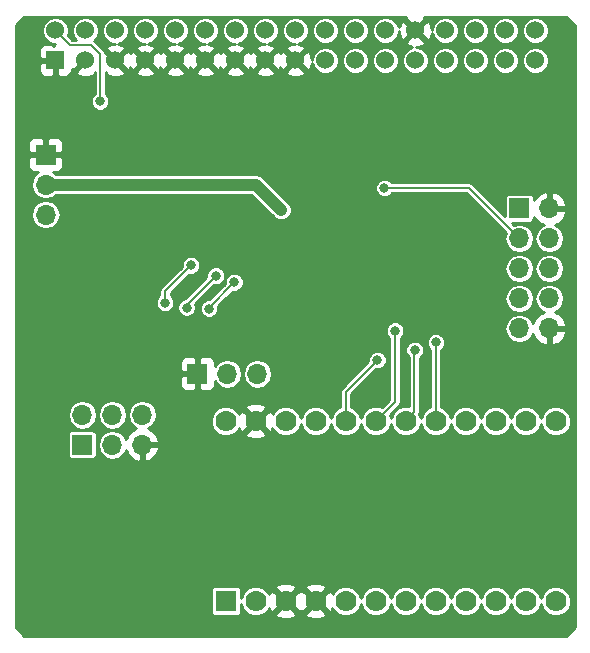
<source format=gbl>
G04 #@! TF.FileFunction,Copper,L2,Bot,Signal*
%FSLAX46Y46*%
G04 Gerber Fmt 4.6, Leading zero omitted, Abs format (unit mm)*
G04 Created by KiCad (PCBNEW 4.0.6) date 08/19/17 01:45:56*
%MOMM*%
%LPD*%
G01*
G04 APERTURE LIST*
%ADD10C,0.100000*%
%ADD11R,1.700000X1.700000*%
%ADD12O,1.700000X1.700000*%
%ADD13R,1.524000X1.524000*%
%ADD14C,1.524000*%
%ADD15C,1.778000*%
%ADD16R,1.778000X1.778000*%
%ADD17C,0.812800*%
%ADD18C,1.016000*%
%ADD19C,1.016000*%
%ADD20C,0.177800*%
%ADD21C,0.254000*%
G04 APERTURE END LIST*
D10*
D11*
X94670000Y-51200000D03*
D12*
X97210000Y-51200000D03*
X94670000Y-53740000D03*
X97210000Y-53740000D03*
X94670000Y-56280000D03*
X97210000Y-56280000D03*
X94670000Y-58820000D03*
X97210000Y-58820000D03*
X94670000Y-61360000D03*
X97210000Y-61360000D03*
D13*
X55380000Y-38650000D03*
D14*
X55380000Y-36110000D03*
X57920000Y-38650000D03*
X57920000Y-36110000D03*
X60460000Y-38650000D03*
X60460000Y-36110000D03*
X63000000Y-38650000D03*
X63000000Y-36110000D03*
X65540000Y-38650000D03*
X65540000Y-36110000D03*
X68080000Y-38650000D03*
X68080000Y-36110000D03*
X70620000Y-38650000D03*
X70620000Y-36110000D03*
X73160000Y-38650000D03*
X73160000Y-36110000D03*
X75700000Y-38650000D03*
X75700000Y-36110000D03*
X78240000Y-38650000D03*
X78240000Y-36110000D03*
X80780000Y-38650000D03*
X80780000Y-36110000D03*
X83320000Y-38650000D03*
X83320000Y-36110000D03*
X85860000Y-38650000D03*
X85860000Y-36110000D03*
X88400000Y-38650000D03*
X88400000Y-36110000D03*
X90940000Y-38650000D03*
X90940000Y-36110000D03*
X93480000Y-38650000D03*
X93480000Y-36110000D03*
X96020000Y-38650000D03*
X96020000Y-36110000D03*
D15*
X69830000Y-69200000D03*
D16*
X69830000Y-84440000D03*
D15*
X72370000Y-69200000D03*
X72370000Y-84440000D03*
X74910000Y-69200000D03*
X74910000Y-84440000D03*
X77450000Y-69200000D03*
X77450000Y-84440000D03*
X79990000Y-69200000D03*
X79990000Y-84440000D03*
X82530000Y-69200000D03*
X82530000Y-84440000D03*
X85070000Y-69200000D03*
X85070000Y-84440000D03*
X87610000Y-69200000D03*
X87610000Y-84440000D03*
X90150000Y-69200000D03*
X90150000Y-84440000D03*
X92690000Y-69200000D03*
X92690000Y-84440000D03*
X95230000Y-69200000D03*
X95230000Y-84440000D03*
X97770000Y-69200000D03*
X97770000Y-84440000D03*
D11*
X54580000Y-46640000D03*
D12*
X54580000Y-49180000D03*
X54580000Y-51720000D03*
D11*
X67420000Y-65200000D03*
D12*
X69960000Y-65200000D03*
X72500000Y-65200000D03*
D17*
X83870000Y-76900000D03*
X86180000Y-76820000D03*
X84570000Y-47900000D03*
X74010000Y-52880000D03*
X98240000Y-36140000D03*
X62830000Y-85740000D03*
X96720000Y-86500000D03*
D11*
X57670000Y-71210000D03*
D12*
X57670000Y-68670000D03*
X60210000Y-71210000D03*
X60210000Y-68670000D03*
X62750000Y-71210000D03*
X62750000Y-68670000D03*
D18*
X74510000Y-51320000D03*
X61220000Y-73600000D03*
X88240000Y-52440000D03*
X57970000Y-63570000D03*
X82980000Y-44250000D03*
X82200000Y-55000000D03*
X76570000Y-58980000D03*
D17*
X84150000Y-61550000D03*
X83260002Y-49460000D03*
X87610000Y-62540000D03*
X85820000Y-63200000D03*
X82660000Y-64030000D03*
X59180000Y-42130000D03*
X68390000Y-59680000D03*
X70540000Y-57450000D03*
X66510000Y-59590000D03*
X68969666Y-56899443D03*
X66870000Y-56010000D03*
X64680000Y-59180000D03*
D19*
X74002001Y-50812001D02*
X74510000Y-51320000D01*
X72370000Y-49180000D02*
X74002001Y-50812001D01*
X54580000Y-49180000D02*
X72370000Y-49180000D01*
D20*
X84150000Y-62124736D02*
X84150000Y-61550000D01*
X84150000Y-67580000D02*
X84150000Y-62124736D01*
X82530000Y-69200000D02*
X84150000Y-67580000D01*
X94670000Y-53740000D02*
X90390000Y-49460000D01*
X90390000Y-49460000D02*
X83834738Y-49460000D01*
X83834738Y-49460000D02*
X83260002Y-49460000D01*
X87610000Y-69200000D02*
X87610000Y-62540000D01*
X85070000Y-69200000D02*
X85070000Y-69150000D01*
X85070000Y-69150000D02*
X85790000Y-68430000D01*
X85790000Y-63230000D02*
X85820000Y-63200000D01*
X85790000Y-68430000D02*
X85790000Y-63230000D01*
X82253601Y-64436399D02*
X82660000Y-64030000D01*
X79990000Y-66700000D02*
X82253601Y-64436399D01*
X79990000Y-69200000D02*
X79990000Y-66700000D01*
X59180000Y-42130000D02*
X59180000Y-38150000D01*
X59180000Y-38150000D02*
X58410000Y-37380000D01*
X58410000Y-37380000D02*
X56650000Y-37380000D01*
X56650000Y-37380000D02*
X56141999Y-36871999D01*
X56141999Y-36871999D02*
X55380000Y-36110000D01*
X68390000Y-59600000D02*
X68390000Y-59680000D01*
X70540000Y-57450000D02*
X68390000Y-59600000D01*
X66510000Y-59359109D02*
X66510000Y-59590000D01*
X68969666Y-56899443D02*
X66510000Y-59359109D01*
X66463601Y-56416399D02*
X66870000Y-56010000D01*
X64680000Y-58200000D02*
X66463601Y-56416399D01*
X64680000Y-59180000D02*
X64680000Y-58200000D01*
D21*
G36*
X85059392Y-35129787D02*
X85860000Y-35930395D01*
X86660608Y-35129787D01*
X86613629Y-34966000D01*
X98641118Y-34966000D01*
X99374000Y-35698881D01*
X99374000Y-86661119D01*
X98641118Y-87394000D01*
X52758881Y-87394000D01*
X52026000Y-86661118D01*
X52026000Y-83551000D01*
X68552536Y-83551000D01*
X68552536Y-85329000D01*
X68579103Y-85470190D01*
X68662546Y-85599865D01*
X68789866Y-85686859D01*
X68941000Y-85717464D01*
X70719000Y-85717464D01*
X70860190Y-85690897D01*
X70989865Y-85607454D01*
X71076859Y-85480134D01*
X71107464Y-85329000D01*
X71107464Y-84710107D01*
X71292718Y-85158458D01*
X71649663Y-85516026D01*
X72116273Y-85709779D01*
X72621510Y-85710220D01*
X73088458Y-85517282D01*
X73093552Y-85512196D01*
X74017409Y-85512196D01*
X74102467Y-85767539D01*
X74671965Y-85975516D01*
X75277700Y-85949723D01*
X75717533Y-85767539D01*
X75802591Y-85512196D01*
X76557409Y-85512196D01*
X76642467Y-85767539D01*
X77211965Y-85975516D01*
X77817700Y-85949723D01*
X78257533Y-85767539D01*
X78342591Y-85512196D01*
X77450000Y-84619605D01*
X76557409Y-85512196D01*
X75802591Y-85512196D01*
X74910000Y-84619605D01*
X74017409Y-85512196D01*
X73093552Y-85512196D01*
X73446026Y-85160337D01*
X73496247Y-85039392D01*
X73582461Y-85247533D01*
X73837804Y-85332591D01*
X74730395Y-84440000D01*
X75089605Y-84440000D01*
X75982196Y-85332591D01*
X76180000Y-85266700D01*
X76377804Y-85332591D01*
X77270395Y-84440000D01*
X77629605Y-84440000D01*
X78522196Y-85332591D01*
X78777539Y-85247533D01*
X78858229Y-85026583D01*
X78912718Y-85158458D01*
X79269663Y-85516026D01*
X79736273Y-85709779D01*
X80241510Y-85710220D01*
X80708458Y-85517282D01*
X81066026Y-85160337D01*
X81259779Y-84693727D01*
X81259781Y-84691512D01*
X81452718Y-85158458D01*
X81809663Y-85516026D01*
X82276273Y-85709779D01*
X82781510Y-85710220D01*
X83248458Y-85517282D01*
X83606026Y-85160337D01*
X83799779Y-84693727D01*
X83799781Y-84691512D01*
X83992718Y-85158458D01*
X84349663Y-85516026D01*
X84816273Y-85709779D01*
X85321510Y-85710220D01*
X85788458Y-85517282D01*
X86146026Y-85160337D01*
X86339779Y-84693727D01*
X86339781Y-84691512D01*
X86532718Y-85158458D01*
X86889663Y-85516026D01*
X87356273Y-85709779D01*
X87861510Y-85710220D01*
X88328458Y-85517282D01*
X88686026Y-85160337D01*
X88879779Y-84693727D01*
X88879781Y-84691512D01*
X89072718Y-85158458D01*
X89429663Y-85516026D01*
X89896273Y-85709779D01*
X90401510Y-85710220D01*
X90868458Y-85517282D01*
X91226026Y-85160337D01*
X91419779Y-84693727D01*
X91419781Y-84691512D01*
X91612718Y-85158458D01*
X91969663Y-85516026D01*
X92436273Y-85709779D01*
X92941510Y-85710220D01*
X93408458Y-85517282D01*
X93766026Y-85160337D01*
X93959779Y-84693727D01*
X93959781Y-84691512D01*
X94152718Y-85158458D01*
X94509663Y-85516026D01*
X94976273Y-85709779D01*
X95481510Y-85710220D01*
X95948458Y-85517282D01*
X96306026Y-85160337D01*
X96499779Y-84693727D01*
X96499781Y-84691512D01*
X96692718Y-85158458D01*
X97049663Y-85516026D01*
X97516273Y-85709779D01*
X98021510Y-85710220D01*
X98488458Y-85517282D01*
X98846026Y-85160337D01*
X99039779Y-84693727D01*
X99040220Y-84188490D01*
X98847282Y-83721542D01*
X98490337Y-83363974D01*
X98023727Y-83170221D01*
X97518490Y-83169780D01*
X97051542Y-83362718D01*
X96693974Y-83719663D01*
X96500221Y-84186273D01*
X96500219Y-84188488D01*
X96307282Y-83721542D01*
X95950337Y-83363974D01*
X95483727Y-83170221D01*
X94978490Y-83169780D01*
X94511542Y-83362718D01*
X94153974Y-83719663D01*
X93960221Y-84186273D01*
X93960219Y-84188488D01*
X93767282Y-83721542D01*
X93410337Y-83363974D01*
X92943727Y-83170221D01*
X92438490Y-83169780D01*
X91971542Y-83362718D01*
X91613974Y-83719663D01*
X91420221Y-84186273D01*
X91420219Y-84188488D01*
X91227282Y-83721542D01*
X90870337Y-83363974D01*
X90403727Y-83170221D01*
X89898490Y-83169780D01*
X89431542Y-83362718D01*
X89073974Y-83719663D01*
X88880221Y-84186273D01*
X88880219Y-84188488D01*
X88687282Y-83721542D01*
X88330337Y-83363974D01*
X87863727Y-83170221D01*
X87358490Y-83169780D01*
X86891542Y-83362718D01*
X86533974Y-83719663D01*
X86340221Y-84186273D01*
X86340219Y-84188488D01*
X86147282Y-83721542D01*
X85790337Y-83363974D01*
X85323727Y-83170221D01*
X84818490Y-83169780D01*
X84351542Y-83362718D01*
X83993974Y-83719663D01*
X83800221Y-84186273D01*
X83800219Y-84188488D01*
X83607282Y-83721542D01*
X83250337Y-83363974D01*
X82783727Y-83170221D01*
X82278490Y-83169780D01*
X81811542Y-83362718D01*
X81453974Y-83719663D01*
X81260221Y-84186273D01*
X81260219Y-84188488D01*
X81067282Y-83721542D01*
X80710337Y-83363974D01*
X80243727Y-83170221D01*
X79738490Y-83169780D01*
X79271542Y-83362718D01*
X78913974Y-83719663D01*
X78863753Y-83840608D01*
X78777539Y-83632467D01*
X78522196Y-83547409D01*
X77629605Y-84440000D01*
X77270395Y-84440000D01*
X76377804Y-83547409D01*
X76180000Y-83613300D01*
X75982196Y-83547409D01*
X75089605Y-84440000D01*
X74730395Y-84440000D01*
X73837804Y-83547409D01*
X73582461Y-83632467D01*
X73501771Y-83853417D01*
X73447282Y-83721542D01*
X73094161Y-83367804D01*
X74017409Y-83367804D01*
X74910000Y-84260395D01*
X75802591Y-83367804D01*
X76557409Y-83367804D01*
X77450000Y-84260395D01*
X78342591Y-83367804D01*
X78257533Y-83112461D01*
X77688035Y-82904484D01*
X77082300Y-82930277D01*
X76642467Y-83112461D01*
X76557409Y-83367804D01*
X75802591Y-83367804D01*
X75717533Y-83112461D01*
X75148035Y-82904484D01*
X74542300Y-82930277D01*
X74102467Y-83112461D01*
X74017409Y-83367804D01*
X73094161Y-83367804D01*
X73090337Y-83363974D01*
X72623727Y-83170221D01*
X72118490Y-83169780D01*
X71651542Y-83362718D01*
X71293974Y-83719663D01*
X71107464Y-84168830D01*
X71107464Y-83551000D01*
X71080897Y-83409810D01*
X70997454Y-83280135D01*
X70870134Y-83193141D01*
X70719000Y-83162536D01*
X68941000Y-83162536D01*
X68799810Y-83189103D01*
X68670135Y-83272546D01*
X68583141Y-83399866D01*
X68552536Y-83551000D01*
X52026000Y-83551000D01*
X52026000Y-70360000D01*
X56431536Y-70360000D01*
X56431536Y-72060000D01*
X56458103Y-72201190D01*
X56541546Y-72330865D01*
X56668866Y-72417859D01*
X56820000Y-72448464D01*
X58520000Y-72448464D01*
X58661190Y-72421897D01*
X58790865Y-72338454D01*
X58877859Y-72211134D01*
X58908464Y-72060000D01*
X58908464Y-71185883D01*
X58979000Y-71185883D01*
X58979000Y-71234117D01*
X59072704Y-71705200D01*
X59339552Y-72104565D01*
X59738917Y-72371413D01*
X60210000Y-72465117D01*
X60681083Y-72371413D01*
X61080448Y-72104565D01*
X61347296Y-71705200D01*
X61355083Y-71666053D01*
X61554817Y-72091358D01*
X61983076Y-72481645D01*
X62393110Y-72651476D01*
X62623000Y-72530155D01*
X62623000Y-71337000D01*
X62877000Y-71337000D01*
X62877000Y-72530155D01*
X63106890Y-72651476D01*
X63516924Y-72481645D01*
X63945183Y-72091358D01*
X64191486Y-71566892D01*
X64070819Y-71337000D01*
X62877000Y-71337000D01*
X62623000Y-71337000D01*
X62603000Y-71337000D01*
X62603000Y-71083000D01*
X62623000Y-71083000D01*
X62623000Y-71063000D01*
X62877000Y-71063000D01*
X62877000Y-71083000D01*
X64070819Y-71083000D01*
X64191486Y-70853108D01*
X63945183Y-70328642D01*
X63516924Y-69938355D01*
X63235488Y-69821788D01*
X63620448Y-69564565D01*
X63695989Y-69451510D01*
X68559780Y-69451510D01*
X68752718Y-69918458D01*
X69109663Y-70276026D01*
X69576273Y-70469779D01*
X70081510Y-70470220D01*
X70548458Y-70277282D01*
X70553552Y-70272196D01*
X71477409Y-70272196D01*
X71562467Y-70527539D01*
X72131965Y-70735516D01*
X72737700Y-70709723D01*
X73177533Y-70527539D01*
X73262591Y-70272196D01*
X72370000Y-69379605D01*
X71477409Y-70272196D01*
X70553552Y-70272196D01*
X70906026Y-69920337D01*
X70956247Y-69799392D01*
X71042461Y-70007533D01*
X71297804Y-70092591D01*
X72190395Y-69200000D01*
X72549605Y-69200000D01*
X73442196Y-70092591D01*
X73697539Y-70007533D01*
X73778229Y-69786583D01*
X73832718Y-69918458D01*
X74189663Y-70276026D01*
X74656273Y-70469779D01*
X75161510Y-70470220D01*
X75628458Y-70277282D01*
X75986026Y-69920337D01*
X76179779Y-69453727D01*
X76179781Y-69451512D01*
X76372718Y-69918458D01*
X76729663Y-70276026D01*
X77196273Y-70469779D01*
X77701510Y-70470220D01*
X78168458Y-70277282D01*
X78526026Y-69920337D01*
X78719779Y-69453727D01*
X78719781Y-69451512D01*
X78912718Y-69918458D01*
X79269663Y-70276026D01*
X79736273Y-70469779D01*
X80241510Y-70470220D01*
X80708458Y-70277282D01*
X81066026Y-69920337D01*
X81259779Y-69453727D01*
X81259781Y-69451512D01*
X81452718Y-69918458D01*
X81809663Y-70276026D01*
X82276273Y-70469779D01*
X82781510Y-70470220D01*
X83248458Y-70277282D01*
X83606026Y-69920337D01*
X83799779Y-69453727D01*
X83799781Y-69451512D01*
X83992718Y-69918458D01*
X84349663Y-70276026D01*
X84816273Y-70469779D01*
X85321510Y-70470220D01*
X85788458Y-70277282D01*
X86146026Y-69920337D01*
X86339779Y-69453727D01*
X86339781Y-69451512D01*
X86532718Y-69918458D01*
X86889663Y-70276026D01*
X87356273Y-70469779D01*
X87861510Y-70470220D01*
X88328458Y-70277282D01*
X88686026Y-69920337D01*
X88879779Y-69453727D01*
X88879781Y-69451512D01*
X89072718Y-69918458D01*
X89429663Y-70276026D01*
X89896273Y-70469779D01*
X90401510Y-70470220D01*
X90868458Y-70277282D01*
X91226026Y-69920337D01*
X91419779Y-69453727D01*
X91419781Y-69451512D01*
X91612718Y-69918458D01*
X91969663Y-70276026D01*
X92436273Y-70469779D01*
X92941510Y-70470220D01*
X93408458Y-70277282D01*
X93766026Y-69920337D01*
X93959779Y-69453727D01*
X93959781Y-69451512D01*
X94152718Y-69918458D01*
X94509663Y-70276026D01*
X94976273Y-70469779D01*
X95481510Y-70470220D01*
X95948458Y-70277282D01*
X96306026Y-69920337D01*
X96499779Y-69453727D01*
X96499781Y-69451512D01*
X96692718Y-69918458D01*
X97049663Y-70276026D01*
X97516273Y-70469779D01*
X98021510Y-70470220D01*
X98488458Y-70277282D01*
X98846026Y-69920337D01*
X99039779Y-69453727D01*
X99040220Y-68948490D01*
X98847282Y-68481542D01*
X98490337Y-68123974D01*
X98023727Y-67930221D01*
X97518490Y-67929780D01*
X97051542Y-68122718D01*
X96693974Y-68479663D01*
X96500221Y-68946273D01*
X96500219Y-68948488D01*
X96307282Y-68481542D01*
X95950337Y-68123974D01*
X95483727Y-67930221D01*
X94978490Y-67929780D01*
X94511542Y-68122718D01*
X94153974Y-68479663D01*
X93960221Y-68946273D01*
X93960219Y-68948488D01*
X93767282Y-68481542D01*
X93410337Y-68123974D01*
X92943727Y-67930221D01*
X92438490Y-67929780D01*
X91971542Y-68122718D01*
X91613974Y-68479663D01*
X91420221Y-68946273D01*
X91420219Y-68948488D01*
X91227282Y-68481542D01*
X90870337Y-68123974D01*
X90403727Y-67930221D01*
X89898490Y-67929780D01*
X89431542Y-68122718D01*
X89073974Y-68479663D01*
X88880221Y-68946273D01*
X88880219Y-68948488D01*
X88687282Y-68481542D01*
X88330337Y-68123974D01*
X88079900Y-68019984D01*
X88079900Y-63183501D01*
X88277136Y-62986609D01*
X88397263Y-62697311D01*
X88397536Y-62384064D01*
X88277914Y-62094556D01*
X88056609Y-61872864D01*
X87767311Y-61752737D01*
X87454064Y-61752464D01*
X87164556Y-61872086D01*
X86942864Y-62093391D01*
X86822737Y-62382689D01*
X86822464Y-62695936D01*
X86942086Y-62985444D01*
X87140100Y-63183804D01*
X87140100Y-68020016D01*
X86891542Y-68122718D01*
X86533974Y-68479663D01*
X86340221Y-68946273D01*
X86340219Y-68948488D01*
X86209397Y-68631873D01*
X86224131Y-68609823D01*
X86259900Y-68430000D01*
X86259900Y-63870205D01*
X86265444Y-63867914D01*
X86487136Y-63646609D01*
X86607263Y-63357311D01*
X86607536Y-63044064D01*
X86487914Y-62754556D01*
X86266609Y-62532864D01*
X85977311Y-62412737D01*
X85664064Y-62412464D01*
X85374556Y-62532086D01*
X85152864Y-62753391D01*
X85032737Y-63042689D01*
X85032464Y-63355936D01*
X85152086Y-63645444D01*
X85320100Y-63813752D01*
X85320100Y-67930218D01*
X84818490Y-67929780D01*
X84351542Y-68122718D01*
X83993974Y-68479663D01*
X83800221Y-68946273D01*
X83800219Y-68948488D01*
X83696667Y-68697871D01*
X84482269Y-67912269D01*
X84584131Y-67759823D01*
X84619900Y-67580000D01*
X84619900Y-62193501D01*
X84817136Y-61996609D01*
X84937263Y-61707311D01*
X84937536Y-61394064D01*
X84923462Y-61360000D01*
X93414883Y-61360000D01*
X93508587Y-61831083D01*
X93775435Y-62230448D01*
X94174800Y-62497296D01*
X94645883Y-62591000D01*
X94694117Y-62591000D01*
X95165200Y-62497296D01*
X95564565Y-62230448D01*
X95821788Y-61845488D01*
X95938355Y-62126924D01*
X96328642Y-62555183D01*
X96853108Y-62801486D01*
X97083000Y-62680819D01*
X97083000Y-61487000D01*
X97337000Y-61487000D01*
X97337000Y-62680819D01*
X97566892Y-62801486D01*
X98091358Y-62555183D01*
X98481645Y-62126924D01*
X98651476Y-61716890D01*
X98530155Y-61487000D01*
X97337000Y-61487000D01*
X97083000Y-61487000D01*
X97063000Y-61487000D01*
X97063000Y-61233000D01*
X97083000Y-61233000D01*
X97083000Y-61213000D01*
X97337000Y-61213000D01*
X97337000Y-61233000D01*
X98530155Y-61233000D01*
X98651476Y-61003110D01*
X98481645Y-60593076D01*
X98091358Y-60164817D01*
X97666053Y-59965083D01*
X97705200Y-59957296D01*
X98104565Y-59690448D01*
X98371413Y-59291083D01*
X98465117Y-58820000D01*
X98371413Y-58348917D01*
X98104565Y-57949552D01*
X97705200Y-57682704D01*
X97234117Y-57589000D01*
X97185883Y-57589000D01*
X96714800Y-57682704D01*
X96315435Y-57949552D01*
X96048587Y-58348917D01*
X95954883Y-58820000D01*
X96048587Y-59291083D01*
X96315435Y-59690448D01*
X96714800Y-59957296D01*
X96753947Y-59965083D01*
X96328642Y-60164817D01*
X95938355Y-60593076D01*
X95821788Y-60874512D01*
X95564565Y-60489552D01*
X95165200Y-60222704D01*
X94694117Y-60129000D01*
X94645883Y-60129000D01*
X94174800Y-60222704D01*
X93775435Y-60489552D01*
X93508587Y-60888917D01*
X93414883Y-61360000D01*
X84923462Y-61360000D01*
X84817914Y-61104556D01*
X84596609Y-60882864D01*
X84307311Y-60762737D01*
X83994064Y-60762464D01*
X83704556Y-60882086D01*
X83482864Y-61103391D01*
X83362737Y-61392689D01*
X83362464Y-61705936D01*
X83482086Y-61995444D01*
X83680100Y-62193804D01*
X83680100Y-67385362D01*
X83032105Y-68033357D01*
X82783727Y-67930221D01*
X82278490Y-67929780D01*
X81811542Y-68122718D01*
X81453974Y-68479663D01*
X81260221Y-68946273D01*
X81260219Y-68948488D01*
X81067282Y-68481542D01*
X80710337Y-68123974D01*
X80459900Y-68019984D01*
X80459900Y-66894638D01*
X82537246Y-64817293D01*
X82815936Y-64817536D01*
X83105444Y-64697914D01*
X83327136Y-64476609D01*
X83447263Y-64187311D01*
X83447536Y-63874064D01*
X83327914Y-63584556D01*
X83106609Y-63362864D01*
X82817311Y-63242737D01*
X82504064Y-63242464D01*
X82214556Y-63362086D01*
X81992864Y-63583391D01*
X81872737Y-63872689D01*
X81872493Y-64152968D01*
X79657731Y-66367731D01*
X79555869Y-66520177D01*
X79520100Y-66700000D01*
X79520100Y-68020016D01*
X79271542Y-68122718D01*
X78913974Y-68479663D01*
X78720221Y-68946273D01*
X78720219Y-68948488D01*
X78527282Y-68481542D01*
X78170337Y-68123974D01*
X77703727Y-67930221D01*
X77198490Y-67929780D01*
X76731542Y-68122718D01*
X76373974Y-68479663D01*
X76180221Y-68946273D01*
X76180219Y-68948488D01*
X75987282Y-68481542D01*
X75630337Y-68123974D01*
X75163727Y-67930221D01*
X74658490Y-67929780D01*
X74191542Y-68122718D01*
X73833974Y-68479663D01*
X73783753Y-68600608D01*
X73697539Y-68392467D01*
X73442196Y-68307409D01*
X72549605Y-69200000D01*
X72190395Y-69200000D01*
X71297804Y-68307409D01*
X71042461Y-68392467D01*
X70961771Y-68613417D01*
X70907282Y-68481542D01*
X70554161Y-68127804D01*
X71477409Y-68127804D01*
X72370000Y-69020395D01*
X73262591Y-68127804D01*
X73177533Y-67872461D01*
X72608035Y-67664484D01*
X72002300Y-67690277D01*
X71562467Y-67872461D01*
X71477409Y-68127804D01*
X70554161Y-68127804D01*
X70550337Y-68123974D01*
X70083727Y-67930221D01*
X69578490Y-67929780D01*
X69111542Y-68122718D01*
X68753974Y-68479663D01*
X68560221Y-68946273D01*
X68559780Y-69451510D01*
X63695989Y-69451510D01*
X63887296Y-69165200D01*
X63981000Y-68694117D01*
X63981000Y-68645883D01*
X63887296Y-68174800D01*
X63620448Y-67775435D01*
X63221083Y-67508587D01*
X62750000Y-67414883D01*
X62278917Y-67508587D01*
X61879552Y-67775435D01*
X61612704Y-68174800D01*
X61519000Y-68645883D01*
X61519000Y-68694117D01*
X61612704Y-69165200D01*
X61879552Y-69564565D01*
X62264512Y-69821788D01*
X61983076Y-69938355D01*
X61554817Y-70328642D01*
X61355083Y-70753947D01*
X61347296Y-70714800D01*
X61080448Y-70315435D01*
X60681083Y-70048587D01*
X60210000Y-69954883D01*
X59738917Y-70048587D01*
X59339552Y-70315435D01*
X59072704Y-70714800D01*
X58979000Y-71185883D01*
X58908464Y-71185883D01*
X58908464Y-70360000D01*
X58881897Y-70218810D01*
X58798454Y-70089135D01*
X58671134Y-70002141D01*
X58520000Y-69971536D01*
X56820000Y-69971536D01*
X56678810Y-69998103D01*
X56549135Y-70081546D01*
X56462141Y-70208866D01*
X56431536Y-70360000D01*
X52026000Y-70360000D01*
X52026000Y-68645883D01*
X56439000Y-68645883D01*
X56439000Y-68694117D01*
X56532704Y-69165200D01*
X56799552Y-69564565D01*
X57198917Y-69831413D01*
X57670000Y-69925117D01*
X58141083Y-69831413D01*
X58540448Y-69564565D01*
X58807296Y-69165200D01*
X58901000Y-68694117D01*
X58901000Y-68645883D01*
X58979000Y-68645883D01*
X58979000Y-68694117D01*
X59072704Y-69165200D01*
X59339552Y-69564565D01*
X59738917Y-69831413D01*
X60210000Y-69925117D01*
X60681083Y-69831413D01*
X61080448Y-69564565D01*
X61347296Y-69165200D01*
X61441000Y-68694117D01*
X61441000Y-68645883D01*
X61347296Y-68174800D01*
X61080448Y-67775435D01*
X60681083Y-67508587D01*
X60210000Y-67414883D01*
X59738917Y-67508587D01*
X59339552Y-67775435D01*
X59072704Y-68174800D01*
X58979000Y-68645883D01*
X58901000Y-68645883D01*
X58807296Y-68174800D01*
X58540448Y-67775435D01*
X58141083Y-67508587D01*
X57670000Y-67414883D01*
X57198917Y-67508587D01*
X56799552Y-67775435D01*
X56532704Y-68174800D01*
X56439000Y-68645883D01*
X52026000Y-68645883D01*
X52026000Y-65485750D01*
X65935000Y-65485750D01*
X65935000Y-66176309D01*
X66031673Y-66409698D01*
X66210301Y-66588327D01*
X66443690Y-66685000D01*
X67134250Y-66685000D01*
X67293000Y-66526250D01*
X67293000Y-65327000D01*
X66093750Y-65327000D01*
X65935000Y-65485750D01*
X52026000Y-65485750D01*
X52026000Y-64223691D01*
X65935000Y-64223691D01*
X65935000Y-64914250D01*
X66093750Y-65073000D01*
X67293000Y-65073000D01*
X67293000Y-63873750D01*
X67547000Y-63873750D01*
X67547000Y-65073000D01*
X67567000Y-65073000D01*
X67567000Y-65327000D01*
X67547000Y-65327000D01*
X67547000Y-66526250D01*
X67705750Y-66685000D01*
X68396310Y-66685000D01*
X68629699Y-66588327D01*
X68808327Y-66409698D01*
X68905000Y-66176309D01*
X68905000Y-65818364D01*
X69089552Y-66094565D01*
X69488917Y-66361413D01*
X69960000Y-66455117D01*
X70431083Y-66361413D01*
X70830448Y-66094565D01*
X71097296Y-65695200D01*
X71191000Y-65224117D01*
X71191000Y-65175883D01*
X71269000Y-65175883D01*
X71269000Y-65224117D01*
X71362704Y-65695200D01*
X71629552Y-66094565D01*
X72028917Y-66361413D01*
X72500000Y-66455117D01*
X72971083Y-66361413D01*
X73370448Y-66094565D01*
X73637296Y-65695200D01*
X73731000Y-65224117D01*
X73731000Y-65175883D01*
X73637296Y-64704800D01*
X73370448Y-64305435D01*
X72971083Y-64038587D01*
X72500000Y-63944883D01*
X72028917Y-64038587D01*
X71629552Y-64305435D01*
X71362704Y-64704800D01*
X71269000Y-65175883D01*
X71191000Y-65175883D01*
X71097296Y-64704800D01*
X70830448Y-64305435D01*
X70431083Y-64038587D01*
X69960000Y-63944883D01*
X69488917Y-64038587D01*
X69089552Y-64305435D01*
X68905000Y-64581636D01*
X68905000Y-64223691D01*
X68808327Y-63990302D01*
X68629699Y-63811673D01*
X68396310Y-63715000D01*
X67705750Y-63715000D01*
X67547000Y-63873750D01*
X67293000Y-63873750D01*
X67134250Y-63715000D01*
X66443690Y-63715000D01*
X66210301Y-63811673D01*
X66031673Y-63990302D01*
X65935000Y-64223691D01*
X52026000Y-64223691D01*
X52026000Y-59335936D01*
X63892464Y-59335936D01*
X64012086Y-59625444D01*
X64233391Y-59847136D01*
X64522689Y-59967263D01*
X64835936Y-59967536D01*
X65125444Y-59847914D01*
X65227600Y-59745936D01*
X65722464Y-59745936D01*
X65842086Y-60035444D01*
X66063391Y-60257136D01*
X66352689Y-60377263D01*
X66665936Y-60377536D01*
X66955444Y-60257914D01*
X67177136Y-60036609D01*
X67260462Y-59835936D01*
X67602464Y-59835936D01*
X67722086Y-60125444D01*
X67943391Y-60347136D01*
X68232689Y-60467263D01*
X68545936Y-60467536D01*
X68835444Y-60347914D01*
X69057136Y-60126609D01*
X69177263Y-59837311D01*
X69177536Y-59524064D01*
X69163776Y-59490762D01*
X69834538Y-58820000D01*
X93414883Y-58820000D01*
X93508587Y-59291083D01*
X93775435Y-59690448D01*
X94174800Y-59957296D01*
X94645883Y-60051000D01*
X94694117Y-60051000D01*
X95165200Y-59957296D01*
X95564565Y-59690448D01*
X95831413Y-59291083D01*
X95925117Y-58820000D01*
X95831413Y-58348917D01*
X95564565Y-57949552D01*
X95165200Y-57682704D01*
X94694117Y-57589000D01*
X94645883Y-57589000D01*
X94174800Y-57682704D01*
X93775435Y-57949552D01*
X93508587Y-58348917D01*
X93414883Y-58820000D01*
X69834538Y-58820000D01*
X70417246Y-58237293D01*
X70695936Y-58237536D01*
X70985444Y-58117914D01*
X71207136Y-57896609D01*
X71327263Y-57607311D01*
X71327536Y-57294064D01*
X71207914Y-57004556D01*
X70986609Y-56782864D01*
X70697311Y-56662737D01*
X70384064Y-56662464D01*
X70094556Y-56782086D01*
X69872864Y-57003391D01*
X69752737Y-57292689D01*
X69752493Y-57572968D01*
X68432825Y-58892637D01*
X68234064Y-58892464D01*
X67944556Y-59012086D01*
X67722864Y-59233391D01*
X67602737Y-59522689D01*
X67602464Y-59835936D01*
X67260462Y-59835936D01*
X67297263Y-59747311D01*
X67297536Y-59434064D01*
X67239658Y-59293989D01*
X68846911Y-57686736D01*
X69125602Y-57686979D01*
X69415110Y-57567357D01*
X69636802Y-57346052D01*
X69756929Y-57056754D01*
X69757202Y-56743507D01*
X69637580Y-56453999D01*
X69463885Y-56280000D01*
X93414883Y-56280000D01*
X93508587Y-56751083D01*
X93775435Y-57150448D01*
X94174800Y-57417296D01*
X94645883Y-57511000D01*
X94694117Y-57511000D01*
X95165200Y-57417296D01*
X95564565Y-57150448D01*
X95831413Y-56751083D01*
X95925117Y-56280000D01*
X95954883Y-56280000D01*
X96048587Y-56751083D01*
X96315435Y-57150448D01*
X96714800Y-57417296D01*
X97185883Y-57511000D01*
X97234117Y-57511000D01*
X97705200Y-57417296D01*
X98104565Y-57150448D01*
X98371413Y-56751083D01*
X98465117Y-56280000D01*
X98371413Y-55808917D01*
X98104565Y-55409552D01*
X97705200Y-55142704D01*
X97234117Y-55049000D01*
X97185883Y-55049000D01*
X96714800Y-55142704D01*
X96315435Y-55409552D01*
X96048587Y-55808917D01*
X95954883Y-56280000D01*
X95925117Y-56280000D01*
X95831413Y-55808917D01*
X95564565Y-55409552D01*
X95165200Y-55142704D01*
X94694117Y-55049000D01*
X94645883Y-55049000D01*
X94174800Y-55142704D01*
X93775435Y-55409552D01*
X93508587Y-55808917D01*
X93414883Y-56280000D01*
X69463885Y-56280000D01*
X69416275Y-56232307D01*
X69126977Y-56112180D01*
X68813730Y-56111907D01*
X68524222Y-56231529D01*
X68302530Y-56452834D01*
X68182403Y-56742132D01*
X68182159Y-57022412D01*
X66402065Y-58802506D01*
X66354064Y-58802464D01*
X66064556Y-58922086D01*
X65842864Y-59143391D01*
X65722737Y-59432689D01*
X65722464Y-59745936D01*
X65227600Y-59745936D01*
X65347136Y-59626609D01*
X65467263Y-59337311D01*
X65467536Y-59024064D01*
X65347914Y-58734556D01*
X65149900Y-58536196D01*
X65149900Y-58394638D01*
X66747246Y-56797293D01*
X67025936Y-56797536D01*
X67315444Y-56677914D01*
X67537136Y-56456609D01*
X67657263Y-56167311D01*
X67657536Y-55854064D01*
X67537914Y-55564556D01*
X67316609Y-55342864D01*
X67027311Y-55222737D01*
X66714064Y-55222464D01*
X66424556Y-55342086D01*
X66202864Y-55563391D01*
X66082737Y-55852689D01*
X66082493Y-56132968D01*
X64347731Y-57867731D01*
X64245869Y-58020177D01*
X64210100Y-58200000D01*
X64210100Y-58536499D01*
X64012864Y-58733391D01*
X63892737Y-59022689D01*
X63892464Y-59335936D01*
X52026000Y-59335936D01*
X52026000Y-51720000D01*
X53324883Y-51720000D01*
X53418587Y-52191083D01*
X53685435Y-52590448D01*
X54084800Y-52857296D01*
X54555883Y-52951000D01*
X54604117Y-52951000D01*
X55075200Y-52857296D01*
X55474565Y-52590448D01*
X55741413Y-52191083D01*
X55835117Y-51720000D01*
X55741413Y-51248917D01*
X55474565Y-50849552D01*
X55075200Y-50582704D01*
X54604117Y-50489000D01*
X54555883Y-50489000D01*
X54084800Y-50582704D01*
X53685435Y-50849552D01*
X53418587Y-51248917D01*
X53324883Y-51720000D01*
X52026000Y-51720000D01*
X52026000Y-46925750D01*
X53095000Y-46925750D01*
X53095000Y-47616310D01*
X53191673Y-47849699D01*
X53370302Y-48028327D01*
X53603691Y-48125000D01*
X53961636Y-48125000D01*
X53685435Y-48309552D01*
X53418587Y-48708917D01*
X53324883Y-49180000D01*
X53418587Y-49651083D01*
X53685435Y-50050448D01*
X54084800Y-50317296D01*
X54555883Y-50411000D01*
X54604117Y-50411000D01*
X55075200Y-50317296D01*
X55446800Y-50069000D01*
X72001764Y-50069000D01*
X73881119Y-51948355D01*
X74005764Y-52073218D01*
X74332391Y-52208846D01*
X74686057Y-52209154D01*
X75012920Y-52074097D01*
X75263218Y-51824236D01*
X75398846Y-51497609D01*
X75399154Y-51143943D01*
X75264097Y-50817080D01*
X75014236Y-50566782D01*
X75013863Y-50566627D01*
X74063172Y-49615936D01*
X82472466Y-49615936D01*
X82592088Y-49905444D01*
X82813393Y-50127136D01*
X83102691Y-50247263D01*
X83415938Y-50247536D01*
X83705446Y-50127914D01*
X83903806Y-49929900D01*
X90195362Y-49929900D01*
X93518918Y-53253456D01*
X93508587Y-53268917D01*
X93414883Y-53740000D01*
X93508587Y-54211083D01*
X93775435Y-54610448D01*
X94174800Y-54877296D01*
X94645883Y-54971000D01*
X94694117Y-54971000D01*
X95165200Y-54877296D01*
X95564565Y-54610448D01*
X95831413Y-54211083D01*
X95925117Y-53740000D01*
X95831413Y-53268917D01*
X95564565Y-52869552D01*
X95165200Y-52602704D01*
X94694117Y-52509000D01*
X94645883Y-52509000D01*
X94193519Y-52598981D01*
X94033003Y-52438464D01*
X95520000Y-52438464D01*
X95661190Y-52411897D01*
X95790865Y-52328454D01*
X95877859Y-52201134D01*
X95908464Y-52050000D01*
X95908464Y-51894756D01*
X95938355Y-51966924D01*
X96328642Y-52395183D01*
X96753947Y-52594917D01*
X96714800Y-52602704D01*
X96315435Y-52869552D01*
X96048587Y-53268917D01*
X95954883Y-53740000D01*
X96048587Y-54211083D01*
X96315435Y-54610448D01*
X96714800Y-54877296D01*
X97185883Y-54971000D01*
X97234117Y-54971000D01*
X97705200Y-54877296D01*
X98104565Y-54610448D01*
X98371413Y-54211083D01*
X98465117Y-53740000D01*
X98371413Y-53268917D01*
X98104565Y-52869552D01*
X97705200Y-52602704D01*
X97666053Y-52594917D01*
X98091358Y-52395183D01*
X98481645Y-51966924D01*
X98651476Y-51556890D01*
X98530155Y-51327000D01*
X97337000Y-51327000D01*
X97337000Y-51347000D01*
X97083000Y-51347000D01*
X97083000Y-51327000D01*
X97063000Y-51327000D01*
X97063000Y-51073000D01*
X97083000Y-51073000D01*
X97083000Y-49879181D01*
X97337000Y-49879181D01*
X97337000Y-51073000D01*
X98530155Y-51073000D01*
X98651476Y-50843110D01*
X98481645Y-50433076D01*
X98091358Y-50004817D01*
X97566892Y-49758514D01*
X97337000Y-49879181D01*
X97083000Y-49879181D01*
X96853108Y-49758514D01*
X96328642Y-50004817D01*
X95938355Y-50433076D01*
X95908464Y-50505244D01*
X95908464Y-50350000D01*
X95881897Y-50208810D01*
X95798454Y-50079135D01*
X95671134Y-49992141D01*
X95520000Y-49961536D01*
X93820000Y-49961536D01*
X93678810Y-49988103D01*
X93549135Y-50071546D01*
X93462141Y-50198866D01*
X93431536Y-50350000D01*
X93431536Y-51836997D01*
X90722269Y-49127731D01*
X90569823Y-49025869D01*
X90390000Y-48990100D01*
X83903503Y-48990100D01*
X83706611Y-48792864D01*
X83417313Y-48672737D01*
X83104066Y-48672464D01*
X82814558Y-48792086D01*
X82592866Y-49013391D01*
X82472739Y-49302689D01*
X82472466Y-49615936D01*
X74063172Y-49615936D01*
X72998618Y-48551382D01*
X72710206Y-48358671D01*
X72370000Y-48291000D01*
X55446800Y-48291000D01*
X55198364Y-48125000D01*
X55556309Y-48125000D01*
X55789698Y-48028327D01*
X55968327Y-47849699D01*
X56065000Y-47616310D01*
X56065000Y-46925750D01*
X55906250Y-46767000D01*
X54707000Y-46767000D01*
X54707000Y-46787000D01*
X54453000Y-46787000D01*
X54453000Y-46767000D01*
X53253750Y-46767000D01*
X53095000Y-46925750D01*
X52026000Y-46925750D01*
X52026000Y-45663690D01*
X53095000Y-45663690D01*
X53095000Y-46354250D01*
X53253750Y-46513000D01*
X54453000Y-46513000D01*
X54453000Y-45313750D01*
X54707000Y-45313750D01*
X54707000Y-46513000D01*
X55906250Y-46513000D01*
X56065000Y-46354250D01*
X56065000Y-45663690D01*
X55968327Y-45430301D01*
X55789698Y-45251673D01*
X55556309Y-45155000D01*
X54865750Y-45155000D01*
X54707000Y-45313750D01*
X54453000Y-45313750D01*
X54294250Y-45155000D01*
X53603691Y-45155000D01*
X53370302Y-45251673D01*
X53191673Y-45430301D01*
X53095000Y-45663690D01*
X52026000Y-45663690D01*
X52026000Y-38935750D01*
X53983000Y-38935750D01*
X53983000Y-39538310D01*
X54079673Y-39771699D01*
X54258302Y-39950327D01*
X54491691Y-40047000D01*
X55094250Y-40047000D01*
X55253000Y-39888250D01*
X55253000Y-38777000D01*
X54141750Y-38777000D01*
X53983000Y-38935750D01*
X52026000Y-38935750D01*
X52026000Y-37761690D01*
X53983000Y-37761690D01*
X53983000Y-38364250D01*
X54141750Y-38523000D01*
X55253000Y-38523000D01*
X55253000Y-38503000D01*
X55507000Y-38503000D01*
X55507000Y-38523000D01*
X55527000Y-38523000D01*
X55527000Y-38777000D01*
X55507000Y-38777000D01*
X55507000Y-39888250D01*
X55665750Y-40047000D01*
X56268309Y-40047000D01*
X56501698Y-39950327D01*
X56680327Y-39771699D01*
X56777000Y-39538310D01*
X56777000Y-39403916D01*
X56939787Y-39450608D01*
X57740395Y-38650000D01*
X57726253Y-38635858D01*
X57905858Y-38456253D01*
X57920000Y-38470395D01*
X57934143Y-38456253D01*
X58113748Y-38635858D01*
X58099605Y-38650000D01*
X58113748Y-38664143D01*
X57934143Y-38843748D01*
X57920000Y-38829605D01*
X57119392Y-39630213D01*
X57188857Y-39872397D01*
X57712302Y-40059144D01*
X58267368Y-40031362D01*
X58651143Y-39872397D01*
X58710100Y-39666848D01*
X58710100Y-41486499D01*
X58512864Y-41683391D01*
X58392737Y-41972689D01*
X58392464Y-42285936D01*
X58512086Y-42575444D01*
X58733391Y-42797136D01*
X59022689Y-42917263D01*
X59335936Y-42917536D01*
X59625444Y-42797914D01*
X59847136Y-42576609D01*
X59967263Y-42287311D01*
X59967536Y-41974064D01*
X59847914Y-41684556D01*
X59649900Y-41486196D01*
X59649900Y-39639708D01*
X59659393Y-39630215D01*
X59728857Y-39872397D01*
X60252302Y-40059144D01*
X60807368Y-40031362D01*
X61191143Y-39872397D01*
X61260608Y-39630213D01*
X62199392Y-39630213D01*
X62268857Y-39872397D01*
X62792302Y-40059144D01*
X63347368Y-40031362D01*
X63731143Y-39872397D01*
X63800608Y-39630213D01*
X64739392Y-39630213D01*
X64808857Y-39872397D01*
X65332302Y-40059144D01*
X65887368Y-40031362D01*
X66271143Y-39872397D01*
X66340608Y-39630213D01*
X67279392Y-39630213D01*
X67348857Y-39872397D01*
X67872302Y-40059144D01*
X68427368Y-40031362D01*
X68811143Y-39872397D01*
X68880608Y-39630213D01*
X69819392Y-39630213D01*
X69888857Y-39872397D01*
X70412302Y-40059144D01*
X70967368Y-40031362D01*
X71351143Y-39872397D01*
X71420608Y-39630213D01*
X72359392Y-39630213D01*
X72428857Y-39872397D01*
X72952302Y-40059144D01*
X73507368Y-40031362D01*
X73891143Y-39872397D01*
X73960608Y-39630213D01*
X74899392Y-39630213D01*
X74968857Y-39872397D01*
X75492302Y-40059144D01*
X76047368Y-40031362D01*
X76431143Y-39872397D01*
X76500608Y-39630213D01*
X75700000Y-38829605D01*
X74899392Y-39630213D01*
X73960608Y-39630213D01*
X73160000Y-38829605D01*
X72359392Y-39630213D01*
X71420608Y-39630213D01*
X70620000Y-38829605D01*
X69819392Y-39630213D01*
X68880608Y-39630213D01*
X68080000Y-38829605D01*
X67279392Y-39630213D01*
X66340608Y-39630213D01*
X65540000Y-38829605D01*
X64739392Y-39630213D01*
X63800608Y-39630213D01*
X63000000Y-38829605D01*
X62199392Y-39630213D01*
X61260608Y-39630213D01*
X60460000Y-38829605D01*
X60445858Y-38843748D01*
X60266253Y-38664143D01*
X60280395Y-38650000D01*
X60639605Y-38650000D01*
X61440213Y-39450608D01*
X61682397Y-39381143D01*
X61726453Y-39257656D01*
X61777603Y-39381143D01*
X62019787Y-39450608D01*
X62820395Y-38650000D01*
X63179605Y-38650000D01*
X63980213Y-39450608D01*
X64222397Y-39381143D01*
X64266453Y-39257656D01*
X64317603Y-39381143D01*
X64559787Y-39450608D01*
X65360395Y-38650000D01*
X65719605Y-38650000D01*
X66520213Y-39450608D01*
X66762397Y-39381143D01*
X66806453Y-39257656D01*
X66857603Y-39381143D01*
X67099787Y-39450608D01*
X67900395Y-38650000D01*
X68259605Y-38650000D01*
X69060213Y-39450608D01*
X69302397Y-39381143D01*
X69346453Y-39257656D01*
X69397603Y-39381143D01*
X69639787Y-39450608D01*
X70440395Y-38650000D01*
X70799605Y-38650000D01*
X71600213Y-39450608D01*
X71842397Y-39381143D01*
X71886453Y-39257656D01*
X71937603Y-39381143D01*
X72179787Y-39450608D01*
X72980395Y-38650000D01*
X73339605Y-38650000D01*
X74140213Y-39450608D01*
X74382397Y-39381143D01*
X74426453Y-39257656D01*
X74477603Y-39381143D01*
X74719787Y-39450608D01*
X75520395Y-38650000D01*
X75879605Y-38650000D01*
X76680213Y-39450608D01*
X76922397Y-39381143D01*
X77099852Y-38883742D01*
X77270446Y-39296612D01*
X77591697Y-39618423D01*
X78011646Y-39792801D01*
X78466359Y-39793198D01*
X78886612Y-39619554D01*
X79208423Y-39298303D01*
X79382801Y-38878354D01*
X79382802Y-38876359D01*
X79636802Y-38876359D01*
X79810446Y-39296612D01*
X80131697Y-39618423D01*
X80551646Y-39792801D01*
X81006359Y-39793198D01*
X81426612Y-39619554D01*
X81748423Y-39298303D01*
X81922801Y-38878354D01*
X81922802Y-38876359D01*
X82176802Y-38876359D01*
X82350446Y-39296612D01*
X82671697Y-39618423D01*
X83091646Y-39792801D01*
X83546359Y-39793198D01*
X83966612Y-39619554D01*
X84288423Y-39298303D01*
X84462801Y-38878354D01*
X84462802Y-38876359D01*
X84716802Y-38876359D01*
X84890446Y-39296612D01*
X85211697Y-39618423D01*
X85631646Y-39792801D01*
X86086359Y-39793198D01*
X86506612Y-39619554D01*
X86828423Y-39298303D01*
X87002801Y-38878354D01*
X87002802Y-38876359D01*
X87256802Y-38876359D01*
X87430446Y-39296612D01*
X87751697Y-39618423D01*
X88171646Y-39792801D01*
X88626359Y-39793198D01*
X89046612Y-39619554D01*
X89368423Y-39298303D01*
X89542801Y-38878354D01*
X89542802Y-38876359D01*
X89796802Y-38876359D01*
X89970446Y-39296612D01*
X90291697Y-39618423D01*
X90711646Y-39792801D01*
X91166359Y-39793198D01*
X91586612Y-39619554D01*
X91908423Y-39298303D01*
X92082801Y-38878354D01*
X92082802Y-38876359D01*
X92336802Y-38876359D01*
X92510446Y-39296612D01*
X92831697Y-39618423D01*
X93251646Y-39792801D01*
X93706359Y-39793198D01*
X94126612Y-39619554D01*
X94448423Y-39298303D01*
X94622801Y-38878354D01*
X94622802Y-38876359D01*
X94876802Y-38876359D01*
X95050446Y-39296612D01*
X95371697Y-39618423D01*
X95791646Y-39792801D01*
X96246359Y-39793198D01*
X96666612Y-39619554D01*
X96988423Y-39298303D01*
X97162801Y-38878354D01*
X97163198Y-38423641D01*
X96989554Y-38003388D01*
X96668303Y-37681577D01*
X96248354Y-37507199D01*
X95793641Y-37506802D01*
X95373388Y-37680446D01*
X95051577Y-38001697D01*
X94877199Y-38421646D01*
X94876802Y-38876359D01*
X94622802Y-38876359D01*
X94623198Y-38423641D01*
X94449554Y-38003388D01*
X94128303Y-37681577D01*
X93708354Y-37507199D01*
X93253641Y-37506802D01*
X92833388Y-37680446D01*
X92511577Y-38001697D01*
X92337199Y-38421646D01*
X92336802Y-38876359D01*
X92082802Y-38876359D01*
X92083198Y-38423641D01*
X91909554Y-38003388D01*
X91588303Y-37681577D01*
X91168354Y-37507199D01*
X90713641Y-37506802D01*
X90293388Y-37680446D01*
X89971577Y-38001697D01*
X89797199Y-38421646D01*
X89796802Y-38876359D01*
X89542802Y-38876359D01*
X89543198Y-38423641D01*
X89369554Y-38003388D01*
X89048303Y-37681577D01*
X88628354Y-37507199D01*
X88173641Y-37506802D01*
X87753388Y-37680446D01*
X87431577Y-38001697D01*
X87257199Y-38421646D01*
X87256802Y-38876359D01*
X87002802Y-38876359D01*
X87003198Y-38423641D01*
X86829554Y-38003388D01*
X86508303Y-37681577D01*
X86088354Y-37507199D01*
X85894340Y-37507030D01*
X86207368Y-37491362D01*
X86591143Y-37332397D01*
X86660608Y-37090213D01*
X85860000Y-36289605D01*
X85059392Y-37090213D01*
X85128857Y-37332397D01*
X85626258Y-37509852D01*
X85213388Y-37680446D01*
X84891577Y-38001697D01*
X84717199Y-38421646D01*
X84716802Y-38876359D01*
X84462802Y-38876359D01*
X84463198Y-38423641D01*
X84289554Y-38003388D01*
X83968303Y-37681577D01*
X83548354Y-37507199D01*
X83093641Y-37506802D01*
X82673388Y-37680446D01*
X82351577Y-38001697D01*
X82177199Y-38421646D01*
X82176802Y-38876359D01*
X81922802Y-38876359D01*
X81923198Y-38423641D01*
X81749554Y-38003388D01*
X81428303Y-37681577D01*
X81008354Y-37507199D01*
X80553641Y-37506802D01*
X80133388Y-37680446D01*
X79811577Y-38001697D01*
X79637199Y-38421646D01*
X79636802Y-38876359D01*
X79382802Y-38876359D01*
X79383198Y-38423641D01*
X79209554Y-38003388D01*
X78888303Y-37681577D01*
X78468354Y-37507199D01*
X78013641Y-37506802D01*
X77593388Y-37680446D01*
X77271577Y-38001697D01*
X77097199Y-38421646D01*
X77097030Y-38615660D01*
X77081362Y-38302632D01*
X76922397Y-37918857D01*
X76680213Y-37849392D01*
X75879605Y-38650000D01*
X75520395Y-38650000D01*
X74719787Y-37849392D01*
X74477603Y-37918857D01*
X74433547Y-38042344D01*
X74382397Y-37918857D01*
X74140213Y-37849392D01*
X73339605Y-38650000D01*
X72980395Y-38650000D01*
X72179787Y-37849392D01*
X71937603Y-37918857D01*
X71893547Y-38042344D01*
X71842397Y-37918857D01*
X71600213Y-37849392D01*
X70799605Y-38650000D01*
X70440395Y-38650000D01*
X69639787Y-37849392D01*
X69397603Y-37918857D01*
X69353547Y-38042344D01*
X69302397Y-37918857D01*
X69060213Y-37849392D01*
X68259605Y-38650000D01*
X67900395Y-38650000D01*
X67099787Y-37849392D01*
X66857603Y-37918857D01*
X66813547Y-38042344D01*
X66762397Y-37918857D01*
X66520213Y-37849392D01*
X65719605Y-38650000D01*
X65360395Y-38650000D01*
X64559787Y-37849392D01*
X64317603Y-37918857D01*
X64273547Y-38042344D01*
X64222397Y-37918857D01*
X63980213Y-37849392D01*
X63179605Y-38650000D01*
X62820395Y-38650000D01*
X62019787Y-37849392D01*
X61777603Y-37918857D01*
X61733547Y-38042344D01*
X61682397Y-37918857D01*
X61440213Y-37849392D01*
X60639605Y-38650000D01*
X60280395Y-38650000D01*
X59617498Y-37987103D01*
X59614131Y-37970177D01*
X59533764Y-37849900D01*
X59512269Y-37817730D01*
X58742269Y-37047731D01*
X58656140Y-36990181D01*
X58888423Y-36758303D01*
X59062801Y-36338354D01*
X59062802Y-36336359D01*
X59316802Y-36336359D01*
X59490446Y-36756612D01*
X59811697Y-37078423D01*
X60231646Y-37252801D01*
X60425660Y-37252970D01*
X60112632Y-37268638D01*
X59728857Y-37427603D01*
X59659392Y-37669787D01*
X60460000Y-38470395D01*
X61260608Y-37669787D01*
X61191143Y-37427603D01*
X60693742Y-37250148D01*
X61106612Y-37079554D01*
X61428423Y-36758303D01*
X61602801Y-36338354D01*
X61602802Y-36336359D01*
X61856802Y-36336359D01*
X62030446Y-36756612D01*
X62351697Y-37078423D01*
X62771646Y-37252801D01*
X62965660Y-37252970D01*
X62652632Y-37268638D01*
X62268857Y-37427603D01*
X62199392Y-37669787D01*
X63000000Y-38470395D01*
X63800608Y-37669787D01*
X63731143Y-37427603D01*
X63233742Y-37250148D01*
X63646612Y-37079554D01*
X63968423Y-36758303D01*
X64142801Y-36338354D01*
X64142802Y-36336359D01*
X64396802Y-36336359D01*
X64570446Y-36756612D01*
X64891697Y-37078423D01*
X65311646Y-37252801D01*
X65505660Y-37252970D01*
X65192632Y-37268638D01*
X64808857Y-37427603D01*
X64739392Y-37669787D01*
X65540000Y-38470395D01*
X66340608Y-37669787D01*
X66271143Y-37427603D01*
X65773742Y-37250148D01*
X66186612Y-37079554D01*
X66508423Y-36758303D01*
X66682801Y-36338354D01*
X66682802Y-36336359D01*
X66936802Y-36336359D01*
X67110446Y-36756612D01*
X67431697Y-37078423D01*
X67851646Y-37252801D01*
X68045660Y-37252970D01*
X67732632Y-37268638D01*
X67348857Y-37427603D01*
X67279392Y-37669787D01*
X68080000Y-38470395D01*
X68880608Y-37669787D01*
X68811143Y-37427603D01*
X68313742Y-37250148D01*
X68726612Y-37079554D01*
X69048423Y-36758303D01*
X69222801Y-36338354D01*
X69222802Y-36336359D01*
X69476802Y-36336359D01*
X69650446Y-36756612D01*
X69971697Y-37078423D01*
X70391646Y-37252801D01*
X70585660Y-37252970D01*
X70272632Y-37268638D01*
X69888857Y-37427603D01*
X69819392Y-37669787D01*
X70620000Y-38470395D01*
X71420608Y-37669787D01*
X71351143Y-37427603D01*
X70853742Y-37250148D01*
X71266612Y-37079554D01*
X71588423Y-36758303D01*
X71762801Y-36338354D01*
X71762802Y-36336359D01*
X72016802Y-36336359D01*
X72190446Y-36756612D01*
X72511697Y-37078423D01*
X72931646Y-37252801D01*
X73125660Y-37252970D01*
X72812632Y-37268638D01*
X72428857Y-37427603D01*
X72359392Y-37669787D01*
X73160000Y-38470395D01*
X73960608Y-37669787D01*
X73891143Y-37427603D01*
X73393742Y-37250148D01*
X73806612Y-37079554D01*
X74128423Y-36758303D01*
X74302801Y-36338354D01*
X74302802Y-36336359D01*
X74556802Y-36336359D01*
X74730446Y-36756612D01*
X75051697Y-37078423D01*
X75471646Y-37252801D01*
X75665660Y-37252970D01*
X75352632Y-37268638D01*
X74968857Y-37427603D01*
X74899392Y-37669787D01*
X75700000Y-38470395D01*
X76500608Y-37669787D01*
X76431143Y-37427603D01*
X75933742Y-37250148D01*
X76346612Y-37079554D01*
X76668423Y-36758303D01*
X76842801Y-36338354D01*
X76842802Y-36336359D01*
X77096802Y-36336359D01*
X77270446Y-36756612D01*
X77591697Y-37078423D01*
X78011646Y-37252801D01*
X78466359Y-37253198D01*
X78886612Y-37079554D01*
X79208423Y-36758303D01*
X79382801Y-36338354D01*
X79382802Y-36336359D01*
X79636802Y-36336359D01*
X79810446Y-36756612D01*
X80131697Y-37078423D01*
X80551646Y-37252801D01*
X81006359Y-37253198D01*
X81426612Y-37079554D01*
X81748423Y-36758303D01*
X81922801Y-36338354D01*
X81922802Y-36336359D01*
X82176802Y-36336359D01*
X82350446Y-36756612D01*
X82671697Y-37078423D01*
X83091646Y-37252801D01*
X83546359Y-37253198D01*
X83966612Y-37079554D01*
X84288423Y-36758303D01*
X84462801Y-36338354D01*
X84462970Y-36144340D01*
X84478638Y-36457368D01*
X84637603Y-36841143D01*
X84879787Y-36910608D01*
X85680395Y-36110000D01*
X86039605Y-36110000D01*
X86840213Y-36910608D01*
X87082397Y-36841143D01*
X87259852Y-36343742D01*
X87430446Y-36756612D01*
X87751697Y-37078423D01*
X88171646Y-37252801D01*
X88626359Y-37253198D01*
X89046612Y-37079554D01*
X89368423Y-36758303D01*
X89542801Y-36338354D01*
X89542802Y-36336359D01*
X89796802Y-36336359D01*
X89970446Y-36756612D01*
X90291697Y-37078423D01*
X90711646Y-37252801D01*
X91166359Y-37253198D01*
X91586612Y-37079554D01*
X91908423Y-36758303D01*
X92082801Y-36338354D01*
X92082802Y-36336359D01*
X92336802Y-36336359D01*
X92510446Y-36756612D01*
X92831697Y-37078423D01*
X93251646Y-37252801D01*
X93706359Y-37253198D01*
X94126612Y-37079554D01*
X94448423Y-36758303D01*
X94622801Y-36338354D01*
X94622802Y-36336359D01*
X94876802Y-36336359D01*
X95050446Y-36756612D01*
X95371697Y-37078423D01*
X95791646Y-37252801D01*
X96246359Y-37253198D01*
X96666612Y-37079554D01*
X96988423Y-36758303D01*
X97162801Y-36338354D01*
X97163198Y-35883641D01*
X96989554Y-35463388D01*
X96668303Y-35141577D01*
X96248354Y-34967199D01*
X95793641Y-34966802D01*
X95373388Y-35140446D01*
X95051577Y-35461697D01*
X94877199Y-35881646D01*
X94876802Y-36336359D01*
X94622802Y-36336359D01*
X94623198Y-35883641D01*
X94449554Y-35463388D01*
X94128303Y-35141577D01*
X93708354Y-34967199D01*
X93253641Y-34966802D01*
X92833388Y-35140446D01*
X92511577Y-35461697D01*
X92337199Y-35881646D01*
X92336802Y-36336359D01*
X92082802Y-36336359D01*
X92083198Y-35883641D01*
X91909554Y-35463388D01*
X91588303Y-35141577D01*
X91168354Y-34967199D01*
X90713641Y-34966802D01*
X90293388Y-35140446D01*
X89971577Y-35461697D01*
X89797199Y-35881646D01*
X89796802Y-36336359D01*
X89542802Y-36336359D01*
X89543198Y-35883641D01*
X89369554Y-35463388D01*
X89048303Y-35141577D01*
X88628354Y-34967199D01*
X88173641Y-34966802D01*
X87753388Y-35140446D01*
X87431577Y-35461697D01*
X87257199Y-35881646D01*
X87257030Y-36075660D01*
X87241362Y-35762632D01*
X87082397Y-35378857D01*
X86840213Y-35309392D01*
X86039605Y-36110000D01*
X85680395Y-36110000D01*
X84879787Y-35309392D01*
X84637603Y-35378857D01*
X84460148Y-35876258D01*
X84289554Y-35463388D01*
X83968303Y-35141577D01*
X83548354Y-34967199D01*
X83093641Y-34966802D01*
X82673388Y-35140446D01*
X82351577Y-35461697D01*
X82177199Y-35881646D01*
X82176802Y-36336359D01*
X81922802Y-36336359D01*
X81923198Y-35883641D01*
X81749554Y-35463388D01*
X81428303Y-35141577D01*
X81008354Y-34967199D01*
X80553641Y-34966802D01*
X80133388Y-35140446D01*
X79811577Y-35461697D01*
X79637199Y-35881646D01*
X79636802Y-36336359D01*
X79382802Y-36336359D01*
X79383198Y-35883641D01*
X79209554Y-35463388D01*
X78888303Y-35141577D01*
X78468354Y-34967199D01*
X78013641Y-34966802D01*
X77593388Y-35140446D01*
X77271577Y-35461697D01*
X77097199Y-35881646D01*
X77096802Y-36336359D01*
X76842802Y-36336359D01*
X76843198Y-35883641D01*
X76669554Y-35463388D01*
X76348303Y-35141577D01*
X75928354Y-34967199D01*
X75473641Y-34966802D01*
X75053388Y-35140446D01*
X74731577Y-35461697D01*
X74557199Y-35881646D01*
X74556802Y-36336359D01*
X74302802Y-36336359D01*
X74303198Y-35883641D01*
X74129554Y-35463388D01*
X73808303Y-35141577D01*
X73388354Y-34967199D01*
X72933641Y-34966802D01*
X72513388Y-35140446D01*
X72191577Y-35461697D01*
X72017199Y-35881646D01*
X72016802Y-36336359D01*
X71762802Y-36336359D01*
X71763198Y-35883641D01*
X71589554Y-35463388D01*
X71268303Y-35141577D01*
X70848354Y-34967199D01*
X70393641Y-34966802D01*
X69973388Y-35140446D01*
X69651577Y-35461697D01*
X69477199Y-35881646D01*
X69476802Y-36336359D01*
X69222802Y-36336359D01*
X69223198Y-35883641D01*
X69049554Y-35463388D01*
X68728303Y-35141577D01*
X68308354Y-34967199D01*
X67853641Y-34966802D01*
X67433388Y-35140446D01*
X67111577Y-35461697D01*
X66937199Y-35881646D01*
X66936802Y-36336359D01*
X66682802Y-36336359D01*
X66683198Y-35883641D01*
X66509554Y-35463388D01*
X66188303Y-35141577D01*
X65768354Y-34967199D01*
X65313641Y-34966802D01*
X64893388Y-35140446D01*
X64571577Y-35461697D01*
X64397199Y-35881646D01*
X64396802Y-36336359D01*
X64142802Y-36336359D01*
X64143198Y-35883641D01*
X63969554Y-35463388D01*
X63648303Y-35141577D01*
X63228354Y-34967199D01*
X62773641Y-34966802D01*
X62353388Y-35140446D01*
X62031577Y-35461697D01*
X61857199Y-35881646D01*
X61856802Y-36336359D01*
X61602802Y-36336359D01*
X61603198Y-35883641D01*
X61429554Y-35463388D01*
X61108303Y-35141577D01*
X60688354Y-34967199D01*
X60233641Y-34966802D01*
X59813388Y-35140446D01*
X59491577Y-35461697D01*
X59317199Y-35881646D01*
X59316802Y-36336359D01*
X59062802Y-36336359D01*
X59063198Y-35883641D01*
X58889554Y-35463388D01*
X58568303Y-35141577D01*
X58148354Y-34967199D01*
X57693641Y-34966802D01*
X57273388Y-35140446D01*
X56951577Y-35461697D01*
X56777199Y-35881646D01*
X56776802Y-36336359D01*
X56950446Y-36756612D01*
X57103667Y-36910100D01*
X56844639Y-36910100D01*
X56474270Y-36539732D01*
X56474268Y-36539729D01*
X56449477Y-36514938D01*
X56522801Y-36338354D01*
X56523198Y-35883641D01*
X56349554Y-35463388D01*
X56028303Y-35141577D01*
X55608354Y-34967199D01*
X55153641Y-34966802D01*
X54733388Y-35140446D01*
X54411577Y-35461697D01*
X54237199Y-35881646D01*
X54236802Y-36336359D01*
X54410446Y-36756612D01*
X54731697Y-37078423D01*
X55151646Y-37252801D01*
X55379575Y-37253000D01*
X55252998Y-37253000D01*
X55252998Y-37411748D01*
X55094250Y-37253000D01*
X54491691Y-37253000D01*
X54258302Y-37349673D01*
X54079673Y-37528301D01*
X53983000Y-37761690D01*
X52026000Y-37761690D01*
X52026000Y-35698882D01*
X52758881Y-34966000D01*
X85106371Y-34966000D01*
X85059392Y-35129787D01*
X85059392Y-35129787D01*
G37*
X85059392Y-35129787D02*
X85860000Y-35930395D01*
X86660608Y-35129787D01*
X86613629Y-34966000D01*
X98641118Y-34966000D01*
X99374000Y-35698881D01*
X99374000Y-86661119D01*
X98641118Y-87394000D01*
X52758881Y-87394000D01*
X52026000Y-86661118D01*
X52026000Y-83551000D01*
X68552536Y-83551000D01*
X68552536Y-85329000D01*
X68579103Y-85470190D01*
X68662546Y-85599865D01*
X68789866Y-85686859D01*
X68941000Y-85717464D01*
X70719000Y-85717464D01*
X70860190Y-85690897D01*
X70989865Y-85607454D01*
X71076859Y-85480134D01*
X71107464Y-85329000D01*
X71107464Y-84710107D01*
X71292718Y-85158458D01*
X71649663Y-85516026D01*
X72116273Y-85709779D01*
X72621510Y-85710220D01*
X73088458Y-85517282D01*
X73093552Y-85512196D01*
X74017409Y-85512196D01*
X74102467Y-85767539D01*
X74671965Y-85975516D01*
X75277700Y-85949723D01*
X75717533Y-85767539D01*
X75802591Y-85512196D01*
X76557409Y-85512196D01*
X76642467Y-85767539D01*
X77211965Y-85975516D01*
X77817700Y-85949723D01*
X78257533Y-85767539D01*
X78342591Y-85512196D01*
X77450000Y-84619605D01*
X76557409Y-85512196D01*
X75802591Y-85512196D01*
X74910000Y-84619605D01*
X74017409Y-85512196D01*
X73093552Y-85512196D01*
X73446026Y-85160337D01*
X73496247Y-85039392D01*
X73582461Y-85247533D01*
X73837804Y-85332591D01*
X74730395Y-84440000D01*
X75089605Y-84440000D01*
X75982196Y-85332591D01*
X76180000Y-85266700D01*
X76377804Y-85332591D01*
X77270395Y-84440000D01*
X77629605Y-84440000D01*
X78522196Y-85332591D01*
X78777539Y-85247533D01*
X78858229Y-85026583D01*
X78912718Y-85158458D01*
X79269663Y-85516026D01*
X79736273Y-85709779D01*
X80241510Y-85710220D01*
X80708458Y-85517282D01*
X81066026Y-85160337D01*
X81259779Y-84693727D01*
X81259781Y-84691512D01*
X81452718Y-85158458D01*
X81809663Y-85516026D01*
X82276273Y-85709779D01*
X82781510Y-85710220D01*
X83248458Y-85517282D01*
X83606026Y-85160337D01*
X83799779Y-84693727D01*
X83799781Y-84691512D01*
X83992718Y-85158458D01*
X84349663Y-85516026D01*
X84816273Y-85709779D01*
X85321510Y-85710220D01*
X85788458Y-85517282D01*
X86146026Y-85160337D01*
X86339779Y-84693727D01*
X86339781Y-84691512D01*
X86532718Y-85158458D01*
X86889663Y-85516026D01*
X87356273Y-85709779D01*
X87861510Y-85710220D01*
X88328458Y-85517282D01*
X88686026Y-85160337D01*
X88879779Y-84693727D01*
X88879781Y-84691512D01*
X89072718Y-85158458D01*
X89429663Y-85516026D01*
X89896273Y-85709779D01*
X90401510Y-85710220D01*
X90868458Y-85517282D01*
X91226026Y-85160337D01*
X91419779Y-84693727D01*
X91419781Y-84691512D01*
X91612718Y-85158458D01*
X91969663Y-85516026D01*
X92436273Y-85709779D01*
X92941510Y-85710220D01*
X93408458Y-85517282D01*
X93766026Y-85160337D01*
X93959779Y-84693727D01*
X93959781Y-84691512D01*
X94152718Y-85158458D01*
X94509663Y-85516026D01*
X94976273Y-85709779D01*
X95481510Y-85710220D01*
X95948458Y-85517282D01*
X96306026Y-85160337D01*
X96499779Y-84693727D01*
X96499781Y-84691512D01*
X96692718Y-85158458D01*
X97049663Y-85516026D01*
X97516273Y-85709779D01*
X98021510Y-85710220D01*
X98488458Y-85517282D01*
X98846026Y-85160337D01*
X99039779Y-84693727D01*
X99040220Y-84188490D01*
X98847282Y-83721542D01*
X98490337Y-83363974D01*
X98023727Y-83170221D01*
X97518490Y-83169780D01*
X97051542Y-83362718D01*
X96693974Y-83719663D01*
X96500221Y-84186273D01*
X96500219Y-84188488D01*
X96307282Y-83721542D01*
X95950337Y-83363974D01*
X95483727Y-83170221D01*
X94978490Y-83169780D01*
X94511542Y-83362718D01*
X94153974Y-83719663D01*
X93960221Y-84186273D01*
X93960219Y-84188488D01*
X93767282Y-83721542D01*
X93410337Y-83363974D01*
X92943727Y-83170221D01*
X92438490Y-83169780D01*
X91971542Y-83362718D01*
X91613974Y-83719663D01*
X91420221Y-84186273D01*
X91420219Y-84188488D01*
X91227282Y-83721542D01*
X90870337Y-83363974D01*
X90403727Y-83170221D01*
X89898490Y-83169780D01*
X89431542Y-83362718D01*
X89073974Y-83719663D01*
X88880221Y-84186273D01*
X88880219Y-84188488D01*
X88687282Y-83721542D01*
X88330337Y-83363974D01*
X87863727Y-83170221D01*
X87358490Y-83169780D01*
X86891542Y-83362718D01*
X86533974Y-83719663D01*
X86340221Y-84186273D01*
X86340219Y-84188488D01*
X86147282Y-83721542D01*
X85790337Y-83363974D01*
X85323727Y-83170221D01*
X84818490Y-83169780D01*
X84351542Y-83362718D01*
X83993974Y-83719663D01*
X83800221Y-84186273D01*
X83800219Y-84188488D01*
X83607282Y-83721542D01*
X83250337Y-83363974D01*
X82783727Y-83170221D01*
X82278490Y-83169780D01*
X81811542Y-83362718D01*
X81453974Y-83719663D01*
X81260221Y-84186273D01*
X81260219Y-84188488D01*
X81067282Y-83721542D01*
X80710337Y-83363974D01*
X80243727Y-83170221D01*
X79738490Y-83169780D01*
X79271542Y-83362718D01*
X78913974Y-83719663D01*
X78863753Y-83840608D01*
X78777539Y-83632467D01*
X78522196Y-83547409D01*
X77629605Y-84440000D01*
X77270395Y-84440000D01*
X76377804Y-83547409D01*
X76180000Y-83613300D01*
X75982196Y-83547409D01*
X75089605Y-84440000D01*
X74730395Y-84440000D01*
X73837804Y-83547409D01*
X73582461Y-83632467D01*
X73501771Y-83853417D01*
X73447282Y-83721542D01*
X73094161Y-83367804D01*
X74017409Y-83367804D01*
X74910000Y-84260395D01*
X75802591Y-83367804D01*
X76557409Y-83367804D01*
X77450000Y-84260395D01*
X78342591Y-83367804D01*
X78257533Y-83112461D01*
X77688035Y-82904484D01*
X77082300Y-82930277D01*
X76642467Y-83112461D01*
X76557409Y-83367804D01*
X75802591Y-83367804D01*
X75717533Y-83112461D01*
X75148035Y-82904484D01*
X74542300Y-82930277D01*
X74102467Y-83112461D01*
X74017409Y-83367804D01*
X73094161Y-83367804D01*
X73090337Y-83363974D01*
X72623727Y-83170221D01*
X72118490Y-83169780D01*
X71651542Y-83362718D01*
X71293974Y-83719663D01*
X71107464Y-84168830D01*
X71107464Y-83551000D01*
X71080897Y-83409810D01*
X70997454Y-83280135D01*
X70870134Y-83193141D01*
X70719000Y-83162536D01*
X68941000Y-83162536D01*
X68799810Y-83189103D01*
X68670135Y-83272546D01*
X68583141Y-83399866D01*
X68552536Y-83551000D01*
X52026000Y-83551000D01*
X52026000Y-70360000D01*
X56431536Y-70360000D01*
X56431536Y-72060000D01*
X56458103Y-72201190D01*
X56541546Y-72330865D01*
X56668866Y-72417859D01*
X56820000Y-72448464D01*
X58520000Y-72448464D01*
X58661190Y-72421897D01*
X58790865Y-72338454D01*
X58877859Y-72211134D01*
X58908464Y-72060000D01*
X58908464Y-71185883D01*
X58979000Y-71185883D01*
X58979000Y-71234117D01*
X59072704Y-71705200D01*
X59339552Y-72104565D01*
X59738917Y-72371413D01*
X60210000Y-72465117D01*
X60681083Y-72371413D01*
X61080448Y-72104565D01*
X61347296Y-71705200D01*
X61355083Y-71666053D01*
X61554817Y-72091358D01*
X61983076Y-72481645D01*
X62393110Y-72651476D01*
X62623000Y-72530155D01*
X62623000Y-71337000D01*
X62877000Y-71337000D01*
X62877000Y-72530155D01*
X63106890Y-72651476D01*
X63516924Y-72481645D01*
X63945183Y-72091358D01*
X64191486Y-71566892D01*
X64070819Y-71337000D01*
X62877000Y-71337000D01*
X62623000Y-71337000D01*
X62603000Y-71337000D01*
X62603000Y-71083000D01*
X62623000Y-71083000D01*
X62623000Y-71063000D01*
X62877000Y-71063000D01*
X62877000Y-71083000D01*
X64070819Y-71083000D01*
X64191486Y-70853108D01*
X63945183Y-70328642D01*
X63516924Y-69938355D01*
X63235488Y-69821788D01*
X63620448Y-69564565D01*
X63695989Y-69451510D01*
X68559780Y-69451510D01*
X68752718Y-69918458D01*
X69109663Y-70276026D01*
X69576273Y-70469779D01*
X70081510Y-70470220D01*
X70548458Y-70277282D01*
X70553552Y-70272196D01*
X71477409Y-70272196D01*
X71562467Y-70527539D01*
X72131965Y-70735516D01*
X72737700Y-70709723D01*
X73177533Y-70527539D01*
X73262591Y-70272196D01*
X72370000Y-69379605D01*
X71477409Y-70272196D01*
X70553552Y-70272196D01*
X70906026Y-69920337D01*
X70956247Y-69799392D01*
X71042461Y-70007533D01*
X71297804Y-70092591D01*
X72190395Y-69200000D01*
X72549605Y-69200000D01*
X73442196Y-70092591D01*
X73697539Y-70007533D01*
X73778229Y-69786583D01*
X73832718Y-69918458D01*
X74189663Y-70276026D01*
X74656273Y-70469779D01*
X75161510Y-70470220D01*
X75628458Y-70277282D01*
X75986026Y-69920337D01*
X76179779Y-69453727D01*
X76179781Y-69451512D01*
X76372718Y-69918458D01*
X76729663Y-70276026D01*
X77196273Y-70469779D01*
X77701510Y-70470220D01*
X78168458Y-70277282D01*
X78526026Y-69920337D01*
X78719779Y-69453727D01*
X78719781Y-69451512D01*
X78912718Y-69918458D01*
X79269663Y-70276026D01*
X79736273Y-70469779D01*
X80241510Y-70470220D01*
X80708458Y-70277282D01*
X81066026Y-69920337D01*
X81259779Y-69453727D01*
X81259781Y-69451512D01*
X81452718Y-69918458D01*
X81809663Y-70276026D01*
X82276273Y-70469779D01*
X82781510Y-70470220D01*
X83248458Y-70277282D01*
X83606026Y-69920337D01*
X83799779Y-69453727D01*
X83799781Y-69451512D01*
X83992718Y-69918458D01*
X84349663Y-70276026D01*
X84816273Y-70469779D01*
X85321510Y-70470220D01*
X85788458Y-70277282D01*
X86146026Y-69920337D01*
X86339779Y-69453727D01*
X86339781Y-69451512D01*
X86532718Y-69918458D01*
X86889663Y-70276026D01*
X87356273Y-70469779D01*
X87861510Y-70470220D01*
X88328458Y-70277282D01*
X88686026Y-69920337D01*
X88879779Y-69453727D01*
X88879781Y-69451512D01*
X89072718Y-69918458D01*
X89429663Y-70276026D01*
X89896273Y-70469779D01*
X90401510Y-70470220D01*
X90868458Y-70277282D01*
X91226026Y-69920337D01*
X91419779Y-69453727D01*
X91419781Y-69451512D01*
X91612718Y-69918458D01*
X91969663Y-70276026D01*
X92436273Y-70469779D01*
X92941510Y-70470220D01*
X93408458Y-70277282D01*
X93766026Y-69920337D01*
X93959779Y-69453727D01*
X93959781Y-69451512D01*
X94152718Y-69918458D01*
X94509663Y-70276026D01*
X94976273Y-70469779D01*
X95481510Y-70470220D01*
X95948458Y-70277282D01*
X96306026Y-69920337D01*
X96499779Y-69453727D01*
X96499781Y-69451512D01*
X96692718Y-69918458D01*
X97049663Y-70276026D01*
X97516273Y-70469779D01*
X98021510Y-70470220D01*
X98488458Y-70277282D01*
X98846026Y-69920337D01*
X99039779Y-69453727D01*
X99040220Y-68948490D01*
X98847282Y-68481542D01*
X98490337Y-68123974D01*
X98023727Y-67930221D01*
X97518490Y-67929780D01*
X97051542Y-68122718D01*
X96693974Y-68479663D01*
X96500221Y-68946273D01*
X96500219Y-68948488D01*
X96307282Y-68481542D01*
X95950337Y-68123974D01*
X95483727Y-67930221D01*
X94978490Y-67929780D01*
X94511542Y-68122718D01*
X94153974Y-68479663D01*
X93960221Y-68946273D01*
X93960219Y-68948488D01*
X93767282Y-68481542D01*
X93410337Y-68123974D01*
X92943727Y-67930221D01*
X92438490Y-67929780D01*
X91971542Y-68122718D01*
X91613974Y-68479663D01*
X91420221Y-68946273D01*
X91420219Y-68948488D01*
X91227282Y-68481542D01*
X90870337Y-68123974D01*
X90403727Y-67930221D01*
X89898490Y-67929780D01*
X89431542Y-68122718D01*
X89073974Y-68479663D01*
X88880221Y-68946273D01*
X88880219Y-68948488D01*
X88687282Y-68481542D01*
X88330337Y-68123974D01*
X88079900Y-68019984D01*
X88079900Y-63183501D01*
X88277136Y-62986609D01*
X88397263Y-62697311D01*
X88397536Y-62384064D01*
X88277914Y-62094556D01*
X88056609Y-61872864D01*
X87767311Y-61752737D01*
X87454064Y-61752464D01*
X87164556Y-61872086D01*
X86942864Y-62093391D01*
X86822737Y-62382689D01*
X86822464Y-62695936D01*
X86942086Y-62985444D01*
X87140100Y-63183804D01*
X87140100Y-68020016D01*
X86891542Y-68122718D01*
X86533974Y-68479663D01*
X86340221Y-68946273D01*
X86340219Y-68948488D01*
X86209397Y-68631873D01*
X86224131Y-68609823D01*
X86259900Y-68430000D01*
X86259900Y-63870205D01*
X86265444Y-63867914D01*
X86487136Y-63646609D01*
X86607263Y-63357311D01*
X86607536Y-63044064D01*
X86487914Y-62754556D01*
X86266609Y-62532864D01*
X85977311Y-62412737D01*
X85664064Y-62412464D01*
X85374556Y-62532086D01*
X85152864Y-62753391D01*
X85032737Y-63042689D01*
X85032464Y-63355936D01*
X85152086Y-63645444D01*
X85320100Y-63813752D01*
X85320100Y-67930218D01*
X84818490Y-67929780D01*
X84351542Y-68122718D01*
X83993974Y-68479663D01*
X83800221Y-68946273D01*
X83800219Y-68948488D01*
X83696667Y-68697871D01*
X84482269Y-67912269D01*
X84584131Y-67759823D01*
X84619900Y-67580000D01*
X84619900Y-62193501D01*
X84817136Y-61996609D01*
X84937263Y-61707311D01*
X84937536Y-61394064D01*
X84923462Y-61360000D01*
X93414883Y-61360000D01*
X93508587Y-61831083D01*
X93775435Y-62230448D01*
X94174800Y-62497296D01*
X94645883Y-62591000D01*
X94694117Y-62591000D01*
X95165200Y-62497296D01*
X95564565Y-62230448D01*
X95821788Y-61845488D01*
X95938355Y-62126924D01*
X96328642Y-62555183D01*
X96853108Y-62801486D01*
X97083000Y-62680819D01*
X97083000Y-61487000D01*
X97337000Y-61487000D01*
X97337000Y-62680819D01*
X97566892Y-62801486D01*
X98091358Y-62555183D01*
X98481645Y-62126924D01*
X98651476Y-61716890D01*
X98530155Y-61487000D01*
X97337000Y-61487000D01*
X97083000Y-61487000D01*
X97063000Y-61487000D01*
X97063000Y-61233000D01*
X97083000Y-61233000D01*
X97083000Y-61213000D01*
X97337000Y-61213000D01*
X97337000Y-61233000D01*
X98530155Y-61233000D01*
X98651476Y-61003110D01*
X98481645Y-60593076D01*
X98091358Y-60164817D01*
X97666053Y-59965083D01*
X97705200Y-59957296D01*
X98104565Y-59690448D01*
X98371413Y-59291083D01*
X98465117Y-58820000D01*
X98371413Y-58348917D01*
X98104565Y-57949552D01*
X97705200Y-57682704D01*
X97234117Y-57589000D01*
X97185883Y-57589000D01*
X96714800Y-57682704D01*
X96315435Y-57949552D01*
X96048587Y-58348917D01*
X95954883Y-58820000D01*
X96048587Y-59291083D01*
X96315435Y-59690448D01*
X96714800Y-59957296D01*
X96753947Y-59965083D01*
X96328642Y-60164817D01*
X95938355Y-60593076D01*
X95821788Y-60874512D01*
X95564565Y-60489552D01*
X95165200Y-60222704D01*
X94694117Y-60129000D01*
X94645883Y-60129000D01*
X94174800Y-60222704D01*
X93775435Y-60489552D01*
X93508587Y-60888917D01*
X93414883Y-61360000D01*
X84923462Y-61360000D01*
X84817914Y-61104556D01*
X84596609Y-60882864D01*
X84307311Y-60762737D01*
X83994064Y-60762464D01*
X83704556Y-60882086D01*
X83482864Y-61103391D01*
X83362737Y-61392689D01*
X83362464Y-61705936D01*
X83482086Y-61995444D01*
X83680100Y-62193804D01*
X83680100Y-67385362D01*
X83032105Y-68033357D01*
X82783727Y-67930221D01*
X82278490Y-67929780D01*
X81811542Y-68122718D01*
X81453974Y-68479663D01*
X81260221Y-68946273D01*
X81260219Y-68948488D01*
X81067282Y-68481542D01*
X80710337Y-68123974D01*
X80459900Y-68019984D01*
X80459900Y-66894638D01*
X82537246Y-64817293D01*
X82815936Y-64817536D01*
X83105444Y-64697914D01*
X83327136Y-64476609D01*
X83447263Y-64187311D01*
X83447536Y-63874064D01*
X83327914Y-63584556D01*
X83106609Y-63362864D01*
X82817311Y-63242737D01*
X82504064Y-63242464D01*
X82214556Y-63362086D01*
X81992864Y-63583391D01*
X81872737Y-63872689D01*
X81872493Y-64152968D01*
X79657731Y-66367731D01*
X79555869Y-66520177D01*
X79520100Y-66700000D01*
X79520100Y-68020016D01*
X79271542Y-68122718D01*
X78913974Y-68479663D01*
X78720221Y-68946273D01*
X78720219Y-68948488D01*
X78527282Y-68481542D01*
X78170337Y-68123974D01*
X77703727Y-67930221D01*
X77198490Y-67929780D01*
X76731542Y-68122718D01*
X76373974Y-68479663D01*
X76180221Y-68946273D01*
X76180219Y-68948488D01*
X75987282Y-68481542D01*
X75630337Y-68123974D01*
X75163727Y-67930221D01*
X74658490Y-67929780D01*
X74191542Y-68122718D01*
X73833974Y-68479663D01*
X73783753Y-68600608D01*
X73697539Y-68392467D01*
X73442196Y-68307409D01*
X72549605Y-69200000D01*
X72190395Y-69200000D01*
X71297804Y-68307409D01*
X71042461Y-68392467D01*
X70961771Y-68613417D01*
X70907282Y-68481542D01*
X70554161Y-68127804D01*
X71477409Y-68127804D01*
X72370000Y-69020395D01*
X73262591Y-68127804D01*
X73177533Y-67872461D01*
X72608035Y-67664484D01*
X72002300Y-67690277D01*
X71562467Y-67872461D01*
X71477409Y-68127804D01*
X70554161Y-68127804D01*
X70550337Y-68123974D01*
X70083727Y-67930221D01*
X69578490Y-67929780D01*
X69111542Y-68122718D01*
X68753974Y-68479663D01*
X68560221Y-68946273D01*
X68559780Y-69451510D01*
X63695989Y-69451510D01*
X63887296Y-69165200D01*
X63981000Y-68694117D01*
X63981000Y-68645883D01*
X63887296Y-68174800D01*
X63620448Y-67775435D01*
X63221083Y-67508587D01*
X62750000Y-67414883D01*
X62278917Y-67508587D01*
X61879552Y-67775435D01*
X61612704Y-68174800D01*
X61519000Y-68645883D01*
X61519000Y-68694117D01*
X61612704Y-69165200D01*
X61879552Y-69564565D01*
X62264512Y-69821788D01*
X61983076Y-69938355D01*
X61554817Y-70328642D01*
X61355083Y-70753947D01*
X61347296Y-70714800D01*
X61080448Y-70315435D01*
X60681083Y-70048587D01*
X60210000Y-69954883D01*
X59738917Y-70048587D01*
X59339552Y-70315435D01*
X59072704Y-70714800D01*
X58979000Y-71185883D01*
X58908464Y-71185883D01*
X58908464Y-70360000D01*
X58881897Y-70218810D01*
X58798454Y-70089135D01*
X58671134Y-70002141D01*
X58520000Y-69971536D01*
X56820000Y-69971536D01*
X56678810Y-69998103D01*
X56549135Y-70081546D01*
X56462141Y-70208866D01*
X56431536Y-70360000D01*
X52026000Y-70360000D01*
X52026000Y-68645883D01*
X56439000Y-68645883D01*
X56439000Y-68694117D01*
X56532704Y-69165200D01*
X56799552Y-69564565D01*
X57198917Y-69831413D01*
X57670000Y-69925117D01*
X58141083Y-69831413D01*
X58540448Y-69564565D01*
X58807296Y-69165200D01*
X58901000Y-68694117D01*
X58901000Y-68645883D01*
X58979000Y-68645883D01*
X58979000Y-68694117D01*
X59072704Y-69165200D01*
X59339552Y-69564565D01*
X59738917Y-69831413D01*
X60210000Y-69925117D01*
X60681083Y-69831413D01*
X61080448Y-69564565D01*
X61347296Y-69165200D01*
X61441000Y-68694117D01*
X61441000Y-68645883D01*
X61347296Y-68174800D01*
X61080448Y-67775435D01*
X60681083Y-67508587D01*
X60210000Y-67414883D01*
X59738917Y-67508587D01*
X59339552Y-67775435D01*
X59072704Y-68174800D01*
X58979000Y-68645883D01*
X58901000Y-68645883D01*
X58807296Y-68174800D01*
X58540448Y-67775435D01*
X58141083Y-67508587D01*
X57670000Y-67414883D01*
X57198917Y-67508587D01*
X56799552Y-67775435D01*
X56532704Y-68174800D01*
X56439000Y-68645883D01*
X52026000Y-68645883D01*
X52026000Y-65485750D01*
X65935000Y-65485750D01*
X65935000Y-66176309D01*
X66031673Y-66409698D01*
X66210301Y-66588327D01*
X66443690Y-66685000D01*
X67134250Y-66685000D01*
X67293000Y-66526250D01*
X67293000Y-65327000D01*
X66093750Y-65327000D01*
X65935000Y-65485750D01*
X52026000Y-65485750D01*
X52026000Y-64223691D01*
X65935000Y-64223691D01*
X65935000Y-64914250D01*
X66093750Y-65073000D01*
X67293000Y-65073000D01*
X67293000Y-63873750D01*
X67547000Y-63873750D01*
X67547000Y-65073000D01*
X67567000Y-65073000D01*
X67567000Y-65327000D01*
X67547000Y-65327000D01*
X67547000Y-66526250D01*
X67705750Y-66685000D01*
X68396310Y-66685000D01*
X68629699Y-66588327D01*
X68808327Y-66409698D01*
X68905000Y-66176309D01*
X68905000Y-65818364D01*
X69089552Y-66094565D01*
X69488917Y-66361413D01*
X69960000Y-66455117D01*
X70431083Y-66361413D01*
X70830448Y-66094565D01*
X71097296Y-65695200D01*
X71191000Y-65224117D01*
X71191000Y-65175883D01*
X71269000Y-65175883D01*
X71269000Y-65224117D01*
X71362704Y-65695200D01*
X71629552Y-66094565D01*
X72028917Y-66361413D01*
X72500000Y-66455117D01*
X72971083Y-66361413D01*
X73370448Y-66094565D01*
X73637296Y-65695200D01*
X73731000Y-65224117D01*
X73731000Y-65175883D01*
X73637296Y-64704800D01*
X73370448Y-64305435D01*
X72971083Y-64038587D01*
X72500000Y-63944883D01*
X72028917Y-64038587D01*
X71629552Y-64305435D01*
X71362704Y-64704800D01*
X71269000Y-65175883D01*
X71191000Y-65175883D01*
X71097296Y-64704800D01*
X70830448Y-64305435D01*
X70431083Y-64038587D01*
X69960000Y-63944883D01*
X69488917Y-64038587D01*
X69089552Y-64305435D01*
X68905000Y-64581636D01*
X68905000Y-64223691D01*
X68808327Y-63990302D01*
X68629699Y-63811673D01*
X68396310Y-63715000D01*
X67705750Y-63715000D01*
X67547000Y-63873750D01*
X67293000Y-63873750D01*
X67134250Y-63715000D01*
X66443690Y-63715000D01*
X66210301Y-63811673D01*
X66031673Y-63990302D01*
X65935000Y-64223691D01*
X52026000Y-64223691D01*
X52026000Y-59335936D01*
X63892464Y-59335936D01*
X64012086Y-59625444D01*
X64233391Y-59847136D01*
X64522689Y-59967263D01*
X64835936Y-59967536D01*
X65125444Y-59847914D01*
X65227600Y-59745936D01*
X65722464Y-59745936D01*
X65842086Y-60035444D01*
X66063391Y-60257136D01*
X66352689Y-60377263D01*
X66665936Y-60377536D01*
X66955444Y-60257914D01*
X67177136Y-60036609D01*
X67260462Y-59835936D01*
X67602464Y-59835936D01*
X67722086Y-60125444D01*
X67943391Y-60347136D01*
X68232689Y-60467263D01*
X68545936Y-60467536D01*
X68835444Y-60347914D01*
X69057136Y-60126609D01*
X69177263Y-59837311D01*
X69177536Y-59524064D01*
X69163776Y-59490762D01*
X69834538Y-58820000D01*
X93414883Y-58820000D01*
X93508587Y-59291083D01*
X93775435Y-59690448D01*
X94174800Y-59957296D01*
X94645883Y-60051000D01*
X94694117Y-60051000D01*
X95165200Y-59957296D01*
X95564565Y-59690448D01*
X95831413Y-59291083D01*
X95925117Y-58820000D01*
X95831413Y-58348917D01*
X95564565Y-57949552D01*
X95165200Y-57682704D01*
X94694117Y-57589000D01*
X94645883Y-57589000D01*
X94174800Y-57682704D01*
X93775435Y-57949552D01*
X93508587Y-58348917D01*
X93414883Y-58820000D01*
X69834538Y-58820000D01*
X70417246Y-58237293D01*
X70695936Y-58237536D01*
X70985444Y-58117914D01*
X71207136Y-57896609D01*
X71327263Y-57607311D01*
X71327536Y-57294064D01*
X71207914Y-57004556D01*
X70986609Y-56782864D01*
X70697311Y-56662737D01*
X70384064Y-56662464D01*
X70094556Y-56782086D01*
X69872864Y-57003391D01*
X69752737Y-57292689D01*
X69752493Y-57572968D01*
X68432825Y-58892637D01*
X68234064Y-58892464D01*
X67944556Y-59012086D01*
X67722864Y-59233391D01*
X67602737Y-59522689D01*
X67602464Y-59835936D01*
X67260462Y-59835936D01*
X67297263Y-59747311D01*
X67297536Y-59434064D01*
X67239658Y-59293989D01*
X68846911Y-57686736D01*
X69125602Y-57686979D01*
X69415110Y-57567357D01*
X69636802Y-57346052D01*
X69756929Y-57056754D01*
X69757202Y-56743507D01*
X69637580Y-56453999D01*
X69463885Y-56280000D01*
X93414883Y-56280000D01*
X93508587Y-56751083D01*
X93775435Y-57150448D01*
X94174800Y-57417296D01*
X94645883Y-57511000D01*
X94694117Y-57511000D01*
X95165200Y-57417296D01*
X95564565Y-57150448D01*
X95831413Y-56751083D01*
X95925117Y-56280000D01*
X95954883Y-56280000D01*
X96048587Y-56751083D01*
X96315435Y-57150448D01*
X96714800Y-57417296D01*
X97185883Y-57511000D01*
X97234117Y-57511000D01*
X97705200Y-57417296D01*
X98104565Y-57150448D01*
X98371413Y-56751083D01*
X98465117Y-56280000D01*
X98371413Y-55808917D01*
X98104565Y-55409552D01*
X97705200Y-55142704D01*
X97234117Y-55049000D01*
X97185883Y-55049000D01*
X96714800Y-55142704D01*
X96315435Y-55409552D01*
X96048587Y-55808917D01*
X95954883Y-56280000D01*
X95925117Y-56280000D01*
X95831413Y-55808917D01*
X95564565Y-55409552D01*
X95165200Y-55142704D01*
X94694117Y-55049000D01*
X94645883Y-55049000D01*
X94174800Y-55142704D01*
X93775435Y-55409552D01*
X93508587Y-55808917D01*
X93414883Y-56280000D01*
X69463885Y-56280000D01*
X69416275Y-56232307D01*
X69126977Y-56112180D01*
X68813730Y-56111907D01*
X68524222Y-56231529D01*
X68302530Y-56452834D01*
X68182403Y-56742132D01*
X68182159Y-57022412D01*
X66402065Y-58802506D01*
X66354064Y-58802464D01*
X66064556Y-58922086D01*
X65842864Y-59143391D01*
X65722737Y-59432689D01*
X65722464Y-59745936D01*
X65227600Y-59745936D01*
X65347136Y-59626609D01*
X65467263Y-59337311D01*
X65467536Y-59024064D01*
X65347914Y-58734556D01*
X65149900Y-58536196D01*
X65149900Y-58394638D01*
X66747246Y-56797293D01*
X67025936Y-56797536D01*
X67315444Y-56677914D01*
X67537136Y-56456609D01*
X67657263Y-56167311D01*
X67657536Y-55854064D01*
X67537914Y-55564556D01*
X67316609Y-55342864D01*
X67027311Y-55222737D01*
X66714064Y-55222464D01*
X66424556Y-55342086D01*
X66202864Y-55563391D01*
X66082737Y-55852689D01*
X66082493Y-56132968D01*
X64347731Y-57867731D01*
X64245869Y-58020177D01*
X64210100Y-58200000D01*
X64210100Y-58536499D01*
X64012864Y-58733391D01*
X63892737Y-59022689D01*
X63892464Y-59335936D01*
X52026000Y-59335936D01*
X52026000Y-51720000D01*
X53324883Y-51720000D01*
X53418587Y-52191083D01*
X53685435Y-52590448D01*
X54084800Y-52857296D01*
X54555883Y-52951000D01*
X54604117Y-52951000D01*
X55075200Y-52857296D01*
X55474565Y-52590448D01*
X55741413Y-52191083D01*
X55835117Y-51720000D01*
X55741413Y-51248917D01*
X55474565Y-50849552D01*
X55075200Y-50582704D01*
X54604117Y-50489000D01*
X54555883Y-50489000D01*
X54084800Y-50582704D01*
X53685435Y-50849552D01*
X53418587Y-51248917D01*
X53324883Y-51720000D01*
X52026000Y-51720000D01*
X52026000Y-46925750D01*
X53095000Y-46925750D01*
X53095000Y-47616310D01*
X53191673Y-47849699D01*
X53370302Y-48028327D01*
X53603691Y-48125000D01*
X53961636Y-48125000D01*
X53685435Y-48309552D01*
X53418587Y-48708917D01*
X53324883Y-49180000D01*
X53418587Y-49651083D01*
X53685435Y-50050448D01*
X54084800Y-50317296D01*
X54555883Y-50411000D01*
X54604117Y-50411000D01*
X55075200Y-50317296D01*
X55446800Y-50069000D01*
X72001764Y-50069000D01*
X73881119Y-51948355D01*
X74005764Y-52073218D01*
X74332391Y-52208846D01*
X74686057Y-52209154D01*
X75012920Y-52074097D01*
X75263218Y-51824236D01*
X75398846Y-51497609D01*
X75399154Y-51143943D01*
X75264097Y-50817080D01*
X75014236Y-50566782D01*
X75013863Y-50566627D01*
X74063172Y-49615936D01*
X82472466Y-49615936D01*
X82592088Y-49905444D01*
X82813393Y-50127136D01*
X83102691Y-50247263D01*
X83415938Y-50247536D01*
X83705446Y-50127914D01*
X83903806Y-49929900D01*
X90195362Y-49929900D01*
X93518918Y-53253456D01*
X93508587Y-53268917D01*
X93414883Y-53740000D01*
X93508587Y-54211083D01*
X93775435Y-54610448D01*
X94174800Y-54877296D01*
X94645883Y-54971000D01*
X94694117Y-54971000D01*
X95165200Y-54877296D01*
X95564565Y-54610448D01*
X95831413Y-54211083D01*
X95925117Y-53740000D01*
X95831413Y-53268917D01*
X95564565Y-52869552D01*
X95165200Y-52602704D01*
X94694117Y-52509000D01*
X94645883Y-52509000D01*
X94193519Y-52598981D01*
X94033003Y-52438464D01*
X95520000Y-52438464D01*
X95661190Y-52411897D01*
X95790865Y-52328454D01*
X95877859Y-52201134D01*
X95908464Y-52050000D01*
X95908464Y-51894756D01*
X95938355Y-51966924D01*
X96328642Y-52395183D01*
X96753947Y-52594917D01*
X96714800Y-52602704D01*
X96315435Y-52869552D01*
X96048587Y-53268917D01*
X95954883Y-53740000D01*
X96048587Y-54211083D01*
X96315435Y-54610448D01*
X96714800Y-54877296D01*
X97185883Y-54971000D01*
X97234117Y-54971000D01*
X97705200Y-54877296D01*
X98104565Y-54610448D01*
X98371413Y-54211083D01*
X98465117Y-53740000D01*
X98371413Y-53268917D01*
X98104565Y-52869552D01*
X97705200Y-52602704D01*
X97666053Y-52594917D01*
X98091358Y-52395183D01*
X98481645Y-51966924D01*
X98651476Y-51556890D01*
X98530155Y-51327000D01*
X97337000Y-51327000D01*
X97337000Y-51347000D01*
X97083000Y-51347000D01*
X97083000Y-51327000D01*
X97063000Y-51327000D01*
X97063000Y-51073000D01*
X97083000Y-51073000D01*
X97083000Y-49879181D01*
X97337000Y-49879181D01*
X97337000Y-51073000D01*
X98530155Y-51073000D01*
X98651476Y-50843110D01*
X98481645Y-50433076D01*
X98091358Y-50004817D01*
X97566892Y-49758514D01*
X97337000Y-49879181D01*
X97083000Y-49879181D01*
X96853108Y-49758514D01*
X96328642Y-50004817D01*
X95938355Y-50433076D01*
X95908464Y-50505244D01*
X95908464Y-50350000D01*
X95881897Y-50208810D01*
X95798454Y-50079135D01*
X95671134Y-49992141D01*
X95520000Y-49961536D01*
X93820000Y-49961536D01*
X93678810Y-49988103D01*
X93549135Y-50071546D01*
X93462141Y-50198866D01*
X93431536Y-50350000D01*
X93431536Y-51836997D01*
X90722269Y-49127731D01*
X90569823Y-49025869D01*
X90390000Y-48990100D01*
X83903503Y-48990100D01*
X83706611Y-48792864D01*
X83417313Y-48672737D01*
X83104066Y-48672464D01*
X82814558Y-48792086D01*
X82592866Y-49013391D01*
X82472739Y-49302689D01*
X82472466Y-49615936D01*
X74063172Y-49615936D01*
X72998618Y-48551382D01*
X72710206Y-48358671D01*
X72370000Y-48291000D01*
X55446800Y-48291000D01*
X55198364Y-48125000D01*
X55556309Y-48125000D01*
X55789698Y-48028327D01*
X55968327Y-47849699D01*
X56065000Y-47616310D01*
X56065000Y-46925750D01*
X55906250Y-46767000D01*
X54707000Y-46767000D01*
X54707000Y-46787000D01*
X54453000Y-46787000D01*
X54453000Y-46767000D01*
X53253750Y-46767000D01*
X53095000Y-46925750D01*
X52026000Y-46925750D01*
X52026000Y-45663690D01*
X53095000Y-45663690D01*
X53095000Y-46354250D01*
X53253750Y-46513000D01*
X54453000Y-46513000D01*
X54453000Y-45313750D01*
X54707000Y-45313750D01*
X54707000Y-46513000D01*
X55906250Y-46513000D01*
X56065000Y-46354250D01*
X56065000Y-45663690D01*
X55968327Y-45430301D01*
X55789698Y-45251673D01*
X55556309Y-45155000D01*
X54865750Y-45155000D01*
X54707000Y-45313750D01*
X54453000Y-45313750D01*
X54294250Y-45155000D01*
X53603691Y-45155000D01*
X53370302Y-45251673D01*
X53191673Y-45430301D01*
X53095000Y-45663690D01*
X52026000Y-45663690D01*
X52026000Y-38935750D01*
X53983000Y-38935750D01*
X53983000Y-39538310D01*
X54079673Y-39771699D01*
X54258302Y-39950327D01*
X54491691Y-40047000D01*
X55094250Y-40047000D01*
X55253000Y-39888250D01*
X55253000Y-38777000D01*
X54141750Y-38777000D01*
X53983000Y-38935750D01*
X52026000Y-38935750D01*
X52026000Y-37761690D01*
X53983000Y-37761690D01*
X53983000Y-38364250D01*
X54141750Y-38523000D01*
X55253000Y-38523000D01*
X55253000Y-38503000D01*
X55507000Y-38503000D01*
X55507000Y-38523000D01*
X55527000Y-38523000D01*
X55527000Y-38777000D01*
X55507000Y-38777000D01*
X55507000Y-39888250D01*
X55665750Y-40047000D01*
X56268309Y-40047000D01*
X56501698Y-39950327D01*
X56680327Y-39771699D01*
X56777000Y-39538310D01*
X56777000Y-39403916D01*
X56939787Y-39450608D01*
X57740395Y-38650000D01*
X57726253Y-38635858D01*
X57905858Y-38456253D01*
X57920000Y-38470395D01*
X57934143Y-38456253D01*
X58113748Y-38635858D01*
X58099605Y-38650000D01*
X58113748Y-38664143D01*
X57934143Y-38843748D01*
X57920000Y-38829605D01*
X57119392Y-39630213D01*
X57188857Y-39872397D01*
X57712302Y-40059144D01*
X58267368Y-40031362D01*
X58651143Y-39872397D01*
X58710100Y-39666848D01*
X58710100Y-41486499D01*
X58512864Y-41683391D01*
X58392737Y-41972689D01*
X58392464Y-42285936D01*
X58512086Y-42575444D01*
X58733391Y-42797136D01*
X59022689Y-42917263D01*
X59335936Y-42917536D01*
X59625444Y-42797914D01*
X59847136Y-42576609D01*
X59967263Y-42287311D01*
X59967536Y-41974064D01*
X59847914Y-41684556D01*
X59649900Y-41486196D01*
X59649900Y-39639708D01*
X59659393Y-39630215D01*
X59728857Y-39872397D01*
X60252302Y-40059144D01*
X60807368Y-40031362D01*
X61191143Y-39872397D01*
X61260608Y-39630213D01*
X62199392Y-39630213D01*
X62268857Y-39872397D01*
X62792302Y-40059144D01*
X63347368Y-40031362D01*
X63731143Y-39872397D01*
X63800608Y-39630213D01*
X64739392Y-39630213D01*
X64808857Y-39872397D01*
X65332302Y-40059144D01*
X65887368Y-40031362D01*
X66271143Y-39872397D01*
X66340608Y-39630213D01*
X67279392Y-39630213D01*
X67348857Y-39872397D01*
X67872302Y-40059144D01*
X68427368Y-40031362D01*
X68811143Y-39872397D01*
X68880608Y-39630213D01*
X69819392Y-39630213D01*
X69888857Y-39872397D01*
X70412302Y-40059144D01*
X70967368Y-40031362D01*
X71351143Y-39872397D01*
X71420608Y-39630213D01*
X72359392Y-39630213D01*
X72428857Y-39872397D01*
X72952302Y-40059144D01*
X73507368Y-40031362D01*
X73891143Y-39872397D01*
X73960608Y-39630213D01*
X74899392Y-39630213D01*
X74968857Y-39872397D01*
X75492302Y-40059144D01*
X76047368Y-40031362D01*
X76431143Y-39872397D01*
X76500608Y-39630213D01*
X75700000Y-38829605D01*
X74899392Y-39630213D01*
X73960608Y-39630213D01*
X73160000Y-38829605D01*
X72359392Y-39630213D01*
X71420608Y-39630213D01*
X70620000Y-38829605D01*
X69819392Y-39630213D01*
X68880608Y-39630213D01*
X68080000Y-38829605D01*
X67279392Y-39630213D01*
X66340608Y-39630213D01*
X65540000Y-38829605D01*
X64739392Y-39630213D01*
X63800608Y-39630213D01*
X63000000Y-38829605D01*
X62199392Y-39630213D01*
X61260608Y-39630213D01*
X60460000Y-38829605D01*
X60445858Y-38843748D01*
X60266253Y-38664143D01*
X60280395Y-38650000D01*
X60639605Y-38650000D01*
X61440213Y-39450608D01*
X61682397Y-39381143D01*
X61726453Y-39257656D01*
X61777603Y-39381143D01*
X62019787Y-39450608D01*
X62820395Y-38650000D01*
X63179605Y-38650000D01*
X63980213Y-39450608D01*
X64222397Y-39381143D01*
X64266453Y-39257656D01*
X64317603Y-39381143D01*
X64559787Y-39450608D01*
X65360395Y-38650000D01*
X65719605Y-38650000D01*
X66520213Y-39450608D01*
X66762397Y-39381143D01*
X66806453Y-39257656D01*
X66857603Y-39381143D01*
X67099787Y-39450608D01*
X67900395Y-38650000D01*
X68259605Y-38650000D01*
X69060213Y-39450608D01*
X69302397Y-39381143D01*
X69346453Y-39257656D01*
X69397603Y-39381143D01*
X69639787Y-39450608D01*
X70440395Y-38650000D01*
X70799605Y-38650000D01*
X71600213Y-39450608D01*
X71842397Y-39381143D01*
X71886453Y-39257656D01*
X71937603Y-39381143D01*
X72179787Y-39450608D01*
X72980395Y-38650000D01*
X73339605Y-38650000D01*
X74140213Y-39450608D01*
X74382397Y-39381143D01*
X74426453Y-39257656D01*
X74477603Y-39381143D01*
X74719787Y-39450608D01*
X75520395Y-38650000D01*
X75879605Y-38650000D01*
X76680213Y-39450608D01*
X76922397Y-39381143D01*
X77099852Y-38883742D01*
X77270446Y-39296612D01*
X77591697Y-39618423D01*
X78011646Y-39792801D01*
X78466359Y-39793198D01*
X78886612Y-39619554D01*
X79208423Y-39298303D01*
X79382801Y-38878354D01*
X79382802Y-38876359D01*
X79636802Y-38876359D01*
X79810446Y-39296612D01*
X80131697Y-39618423D01*
X80551646Y-39792801D01*
X81006359Y-39793198D01*
X81426612Y-39619554D01*
X81748423Y-39298303D01*
X81922801Y-38878354D01*
X81922802Y-38876359D01*
X82176802Y-38876359D01*
X82350446Y-39296612D01*
X82671697Y-39618423D01*
X83091646Y-39792801D01*
X83546359Y-39793198D01*
X83966612Y-39619554D01*
X84288423Y-39298303D01*
X84462801Y-38878354D01*
X84462802Y-38876359D01*
X84716802Y-38876359D01*
X84890446Y-39296612D01*
X85211697Y-39618423D01*
X85631646Y-39792801D01*
X86086359Y-39793198D01*
X86506612Y-39619554D01*
X86828423Y-39298303D01*
X87002801Y-38878354D01*
X87002802Y-38876359D01*
X87256802Y-38876359D01*
X87430446Y-39296612D01*
X87751697Y-39618423D01*
X88171646Y-39792801D01*
X88626359Y-39793198D01*
X89046612Y-39619554D01*
X89368423Y-39298303D01*
X89542801Y-38878354D01*
X89542802Y-38876359D01*
X89796802Y-38876359D01*
X89970446Y-39296612D01*
X90291697Y-39618423D01*
X90711646Y-39792801D01*
X91166359Y-39793198D01*
X91586612Y-39619554D01*
X91908423Y-39298303D01*
X92082801Y-38878354D01*
X92082802Y-38876359D01*
X92336802Y-38876359D01*
X92510446Y-39296612D01*
X92831697Y-39618423D01*
X93251646Y-39792801D01*
X93706359Y-39793198D01*
X94126612Y-39619554D01*
X94448423Y-39298303D01*
X94622801Y-38878354D01*
X94622802Y-38876359D01*
X94876802Y-38876359D01*
X95050446Y-39296612D01*
X95371697Y-39618423D01*
X95791646Y-39792801D01*
X96246359Y-39793198D01*
X96666612Y-39619554D01*
X96988423Y-39298303D01*
X97162801Y-38878354D01*
X97163198Y-38423641D01*
X96989554Y-38003388D01*
X96668303Y-37681577D01*
X96248354Y-37507199D01*
X95793641Y-37506802D01*
X95373388Y-37680446D01*
X95051577Y-38001697D01*
X94877199Y-38421646D01*
X94876802Y-38876359D01*
X94622802Y-38876359D01*
X94623198Y-38423641D01*
X94449554Y-38003388D01*
X94128303Y-37681577D01*
X93708354Y-37507199D01*
X93253641Y-37506802D01*
X92833388Y-37680446D01*
X92511577Y-38001697D01*
X92337199Y-38421646D01*
X92336802Y-38876359D01*
X92082802Y-38876359D01*
X92083198Y-38423641D01*
X91909554Y-38003388D01*
X91588303Y-37681577D01*
X91168354Y-37507199D01*
X90713641Y-37506802D01*
X90293388Y-37680446D01*
X89971577Y-38001697D01*
X89797199Y-38421646D01*
X89796802Y-38876359D01*
X89542802Y-38876359D01*
X89543198Y-38423641D01*
X89369554Y-38003388D01*
X89048303Y-37681577D01*
X88628354Y-37507199D01*
X88173641Y-37506802D01*
X87753388Y-37680446D01*
X87431577Y-38001697D01*
X87257199Y-38421646D01*
X87256802Y-38876359D01*
X87002802Y-38876359D01*
X87003198Y-38423641D01*
X86829554Y-38003388D01*
X86508303Y-37681577D01*
X86088354Y-37507199D01*
X85894340Y-37507030D01*
X86207368Y-37491362D01*
X86591143Y-37332397D01*
X86660608Y-37090213D01*
X85860000Y-36289605D01*
X85059392Y-37090213D01*
X85128857Y-37332397D01*
X85626258Y-37509852D01*
X85213388Y-37680446D01*
X84891577Y-38001697D01*
X84717199Y-38421646D01*
X84716802Y-38876359D01*
X84462802Y-38876359D01*
X84463198Y-38423641D01*
X84289554Y-38003388D01*
X83968303Y-37681577D01*
X83548354Y-37507199D01*
X83093641Y-37506802D01*
X82673388Y-37680446D01*
X82351577Y-38001697D01*
X82177199Y-38421646D01*
X82176802Y-38876359D01*
X81922802Y-38876359D01*
X81923198Y-38423641D01*
X81749554Y-38003388D01*
X81428303Y-37681577D01*
X81008354Y-37507199D01*
X80553641Y-37506802D01*
X80133388Y-37680446D01*
X79811577Y-38001697D01*
X79637199Y-38421646D01*
X79636802Y-38876359D01*
X79382802Y-38876359D01*
X79383198Y-38423641D01*
X79209554Y-38003388D01*
X78888303Y-37681577D01*
X78468354Y-37507199D01*
X78013641Y-37506802D01*
X77593388Y-37680446D01*
X77271577Y-38001697D01*
X77097199Y-38421646D01*
X77097030Y-38615660D01*
X77081362Y-38302632D01*
X76922397Y-37918857D01*
X76680213Y-37849392D01*
X75879605Y-38650000D01*
X75520395Y-38650000D01*
X74719787Y-37849392D01*
X74477603Y-37918857D01*
X74433547Y-38042344D01*
X74382397Y-37918857D01*
X74140213Y-37849392D01*
X73339605Y-38650000D01*
X72980395Y-38650000D01*
X72179787Y-37849392D01*
X71937603Y-37918857D01*
X71893547Y-38042344D01*
X71842397Y-37918857D01*
X71600213Y-37849392D01*
X70799605Y-38650000D01*
X70440395Y-38650000D01*
X69639787Y-37849392D01*
X69397603Y-37918857D01*
X69353547Y-38042344D01*
X69302397Y-37918857D01*
X69060213Y-37849392D01*
X68259605Y-38650000D01*
X67900395Y-38650000D01*
X67099787Y-37849392D01*
X66857603Y-37918857D01*
X66813547Y-38042344D01*
X66762397Y-37918857D01*
X66520213Y-37849392D01*
X65719605Y-38650000D01*
X65360395Y-38650000D01*
X64559787Y-37849392D01*
X64317603Y-37918857D01*
X64273547Y-38042344D01*
X64222397Y-37918857D01*
X63980213Y-37849392D01*
X63179605Y-38650000D01*
X62820395Y-38650000D01*
X62019787Y-37849392D01*
X61777603Y-37918857D01*
X61733547Y-38042344D01*
X61682397Y-37918857D01*
X61440213Y-37849392D01*
X60639605Y-38650000D01*
X60280395Y-38650000D01*
X59617498Y-37987103D01*
X59614131Y-37970177D01*
X59533764Y-37849900D01*
X59512269Y-37817730D01*
X58742269Y-37047731D01*
X58656140Y-36990181D01*
X58888423Y-36758303D01*
X59062801Y-36338354D01*
X59062802Y-36336359D01*
X59316802Y-36336359D01*
X59490446Y-36756612D01*
X59811697Y-37078423D01*
X60231646Y-37252801D01*
X60425660Y-37252970D01*
X60112632Y-37268638D01*
X59728857Y-37427603D01*
X59659392Y-37669787D01*
X60460000Y-38470395D01*
X61260608Y-37669787D01*
X61191143Y-37427603D01*
X60693742Y-37250148D01*
X61106612Y-37079554D01*
X61428423Y-36758303D01*
X61602801Y-36338354D01*
X61602802Y-36336359D01*
X61856802Y-36336359D01*
X62030446Y-36756612D01*
X62351697Y-37078423D01*
X62771646Y-37252801D01*
X62965660Y-37252970D01*
X62652632Y-37268638D01*
X62268857Y-37427603D01*
X62199392Y-37669787D01*
X63000000Y-38470395D01*
X63800608Y-37669787D01*
X63731143Y-37427603D01*
X63233742Y-37250148D01*
X63646612Y-37079554D01*
X63968423Y-36758303D01*
X64142801Y-36338354D01*
X64142802Y-36336359D01*
X64396802Y-36336359D01*
X64570446Y-36756612D01*
X64891697Y-37078423D01*
X65311646Y-37252801D01*
X65505660Y-37252970D01*
X65192632Y-37268638D01*
X64808857Y-37427603D01*
X64739392Y-37669787D01*
X65540000Y-38470395D01*
X66340608Y-37669787D01*
X66271143Y-37427603D01*
X65773742Y-37250148D01*
X66186612Y-37079554D01*
X66508423Y-36758303D01*
X66682801Y-36338354D01*
X66682802Y-36336359D01*
X66936802Y-36336359D01*
X67110446Y-36756612D01*
X67431697Y-37078423D01*
X67851646Y-37252801D01*
X68045660Y-37252970D01*
X67732632Y-37268638D01*
X67348857Y-37427603D01*
X67279392Y-37669787D01*
X68080000Y-38470395D01*
X68880608Y-37669787D01*
X68811143Y-37427603D01*
X68313742Y-37250148D01*
X68726612Y-37079554D01*
X69048423Y-36758303D01*
X69222801Y-36338354D01*
X69222802Y-36336359D01*
X69476802Y-36336359D01*
X69650446Y-36756612D01*
X69971697Y-37078423D01*
X70391646Y-37252801D01*
X70585660Y-37252970D01*
X70272632Y-37268638D01*
X69888857Y-37427603D01*
X69819392Y-37669787D01*
X70620000Y-38470395D01*
X71420608Y-37669787D01*
X71351143Y-37427603D01*
X70853742Y-37250148D01*
X71266612Y-37079554D01*
X71588423Y-36758303D01*
X71762801Y-36338354D01*
X71762802Y-36336359D01*
X72016802Y-36336359D01*
X72190446Y-36756612D01*
X72511697Y-37078423D01*
X72931646Y-37252801D01*
X73125660Y-37252970D01*
X72812632Y-37268638D01*
X72428857Y-37427603D01*
X72359392Y-37669787D01*
X73160000Y-38470395D01*
X73960608Y-37669787D01*
X73891143Y-37427603D01*
X73393742Y-37250148D01*
X73806612Y-37079554D01*
X74128423Y-36758303D01*
X74302801Y-36338354D01*
X74302802Y-36336359D01*
X74556802Y-36336359D01*
X74730446Y-36756612D01*
X75051697Y-37078423D01*
X75471646Y-37252801D01*
X75665660Y-37252970D01*
X75352632Y-37268638D01*
X74968857Y-37427603D01*
X74899392Y-37669787D01*
X75700000Y-38470395D01*
X76500608Y-37669787D01*
X76431143Y-37427603D01*
X75933742Y-37250148D01*
X76346612Y-37079554D01*
X76668423Y-36758303D01*
X76842801Y-36338354D01*
X76842802Y-36336359D01*
X77096802Y-36336359D01*
X77270446Y-36756612D01*
X77591697Y-37078423D01*
X78011646Y-37252801D01*
X78466359Y-37253198D01*
X78886612Y-37079554D01*
X79208423Y-36758303D01*
X79382801Y-36338354D01*
X79382802Y-36336359D01*
X79636802Y-36336359D01*
X79810446Y-36756612D01*
X80131697Y-37078423D01*
X80551646Y-37252801D01*
X81006359Y-37253198D01*
X81426612Y-37079554D01*
X81748423Y-36758303D01*
X81922801Y-36338354D01*
X81922802Y-36336359D01*
X82176802Y-36336359D01*
X82350446Y-36756612D01*
X82671697Y-37078423D01*
X83091646Y-37252801D01*
X83546359Y-37253198D01*
X83966612Y-37079554D01*
X84288423Y-36758303D01*
X84462801Y-36338354D01*
X84462970Y-36144340D01*
X84478638Y-36457368D01*
X84637603Y-36841143D01*
X84879787Y-36910608D01*
X85680395Y-36110000D01*
X86039605Y-36110000D01*
X86840213Y-36910608D01*
X87082397Y-36841143D01*
X87259852Y-36343742D01*
X87430446Y-36756612D01*
X87751697Y-37078423D01*
X88171646Y-37252801D01*
X88626359Y-37253198D01*
X89046612Y-37079554D01*
X89368423Y-36758303D01*
X89542801Y-36338354D01*
X89542802Y-36336359D01*
X89796802Y-36336359D01*
X89970446Y-36756612D01*
X90291697Y-37078423D01*
X90711646Y-37252801D01*
X91166359Y-37253198D01*
X91586612Y-37079554D01*
X91908423Y-36758303D01*
X92082801Y-36338354D01*
X92082802Y-36336359D01*
X92336802Y-36336359D01*
X92510446Y-36756612D01*
X92831697Y-37078423D01*
X93251646Y-37252801D01*
X93706359Y-37253198D01*
X94126612Y-37079554D01*
X94448423Y-36758303D01*
X94622801Y-36338354D01*
X94622802Y-36336359D01*
X94876802Y-36336359D01*
X95050446Y-36756612D01*
X95371697Y-37078423D01*
X95791646Y-37252801D01*
X96246359Y-37253198D01*
X96666612Y-37079554D01*
X96988423Y-36758303D01*
X97162801Y-36338354D01*
X97163198Y-35883641D01*
X96989554Y-35463388D01*
X96668303Y-35141577D01*
X96248354Y-34967199D01*
X95793641Y-34966802D01*
X95373388Y-35140446D01*
X95051577Y-35461697D01*
X94877199Y-35881646D01*
X94876802Y-36336359D01*
X94622802Y-36336359D01*
X94623198Y-35883641D01*
X94449554Y-35463388D01*
X94128303Y-35141577D01*
X93708354Y-34967199D01*
X93253641Y-34966802D01*
X92833388Y-35140446D01*
X92511577Y-35461697D01*
X92337199Y-35881646D01*
X92336802Y-36336359D01*
X92082802Y-36336359D01*
X92083198Y-35883641D01*
X91909554Y-35463388D01*
X91588303Y-35141577D01*
X91168354Y-34967199D01*
X90713641Y-34966802D01*
X90293388Y-35140446D01*
X89971577Y-35461697D01*
X89797199Y-35881646D01*
X89796802Y-36336359D01*
X89542802Y-36336359D01*
X89543198Y-35883641D01*
X89369554Y-35463388D01*
X89048303Y-35141577D01*
X88628354Y-34967199D01*
X88173641Y-34966802D01*
X87753388Y-35140446D01*
X87431577Y-35461697D01*
X87257199Y-35881646D01*
X87257030Y-36075660D01*
X87241362Y-35762632D01*
X87082397Y-35378857D01*
X86840213Y-35309392D01*
X86039605Y-36110000D01*
X85680395Y-36110000D01*
X84879787Y-35309392D01*
X84637603Y-35378857D01*
X84460148Y-35876258D01*
X84289554Y-35463388D01*
X83968303Y-35141577D01*
X83548354Y-34967199D01*
X83093641Y-34966802D01*
X82673388Y-35140446D01*
X82351577Y-35461697D01*
X82177199Y-35881646D01*
X82176802Y-36336359D01*
X81922802Y-36336359D01*
X81923198Y-35883641D01*
X81749554Y-35463388D01*
X81428303Y-35141577D01*
X81008354Y-34967199D01*
X80553641Y-34966802D01*
X80133388Y-35140446D01*
X79811577Y-35461697D01*
X79637199Y-35881646D01*
X79636802Y-36336359D01*
X79382802Y-36336359D01*
X79383198Y-35883641D01*
X79209554Y-35463388D01*
X78888303Y-35141577D01*
X78468354Y-34967199D01*
X78013641Y-34966802D01*
X77593388Y-35140446D01*
X77271577Y-35461697D01*
X77097199Y-35881646D01*
X77096802Y-36336359D01*
X76842802Y-36336359D01*
X76843198Y-35883641D01*
X76669554Y-35463388D01*
X76348303Y-35141577D01*
X75928354Y-34967199D01*
X75473641Y-34966802D01*
X75053388Y-35140446D01*
X74731577Y-35461697D01*
X74557199Y-35881646D01*
X74556802Y-36336359D01*
X74302802Y-36336359D01*
X74303198Y-35883641D01*
X74129554Y-35463388D01*
X73808303Y-35141577D01*
X73388354Y-34967199D01*
X72933641Y-34966802D01*
X72513388Y-35140446D01*
X72191577Y-35461697D01*
X72017199Y-35881646D01*
X72016802Y-36336359D01*
X71762802Y-36336359D01*
X71763198Y-35883641D01*
X71589554Y-35463388D01*
X71268303Y-35141577D01*
X70848354Y-34967199D01*
X70393641Y-34966802D01*
X69973388Y-35140446D01*
X69651577Y-35461697D01*
X69477199Y-35881646D01*
X69476802Y-36336359D01*
X69222802Y-36336359D01*
X69223198Y-35883641D01*
X69049554Y-35463388D01*
X68728303Y-35141577D01*
X68308354Y-34967199D01*
X67853641Y-34966802D01*
X67433388Y-35140446D01*
X67111577Y-35461697D01*
X66937199Y-35881646D01*
X66936802Y-36336359D01*
X66682802Y-36336359D01*
X66683198Y-35883641D01*
X66509554Y-35463388D01*
X66188303Y-35141577D01*
X65768354Y-34967199D01*
X65313641Y-34966802D01*
X64893388Y-35140446D01*
X64571577Y-35461697D01*
X64397199Y-35881646D01*
X64396802Y-36336359D01*
X64142802Y-36336359D01*
X64143198Y-35883641D01*
X63969554Y-35463388D01*
X63648303Y-35141577D01*
X63228354Y-34967199D01*
X62773641Y-34966802D01*
X62353388Y-35140446D01*
X62031577Y-35461697D01*
X61857199Y-35881646D01*
X61856802Y-36336359D01*
X61602802Y-36336359D01*
X61603198Y-35883641D01*
X61429554Y-35463388D01*
X61108303Y-35141577D01*
X60688354Y-34967199D01*
X60233641Y-34966802D01*
X59813388Y-35140446D01*
X59491577Y-35461697D01*
X59317199Y-35881646D01*
X59316802Y-36336359D01*
X59062802Y-36336359D01*
X59063198Y-35883641D01*
X58889554Y-35463388D01*
X58568303Y-35141577D01*
X58148354Y-34967199D01*
X57693641Y-34966802D01*
X57273388Y-35140446D01*
X56951577Y-35461697D01*
X56777199Y-35881646D01*
X56776802Y-36336359D01*
X56950446Y-36756612D01*
X57103667Y-36910100D01*
X56844639Y-36910100D01*
X56474270Y-36539732D01*
X56474268Y-36539729D01*
X56449477Y-36514938D01*
X56522801Y-36338354D01*
X56523198Y-35883641D01*
X56349554Y-35463388D01*
X56028303Y-35141577D01*
X55608354Y-34967199D01*
X55153641Y-34966802D01*
X54733388Y-35140446D01*
X54411577Y-35461697D01*
X54237199Y-35881646D01*
X54236802Y-36336359D01*
X54410446Y-36756612D01*
X54731697Y-37078423D01*
X55151646Y-37252801D01*
X55379575Y-37253000D01*
X55252998Y-37253000D01*
X55252998Y-37411748D01*
X55094250Y-37253000D01*
X54491691Y-37253000D01*
X54258302Y-37349673D01*
X54079673Y-37528301D01*
X53983000Y-37761690D01*
X52026000Y-37761690D01*
X52026000Y-35698882D01*
X52758881Y-34966000D01*
X85106371Y-34966000D01*
X85059392Y-35129787D01*
M02*

</source>
